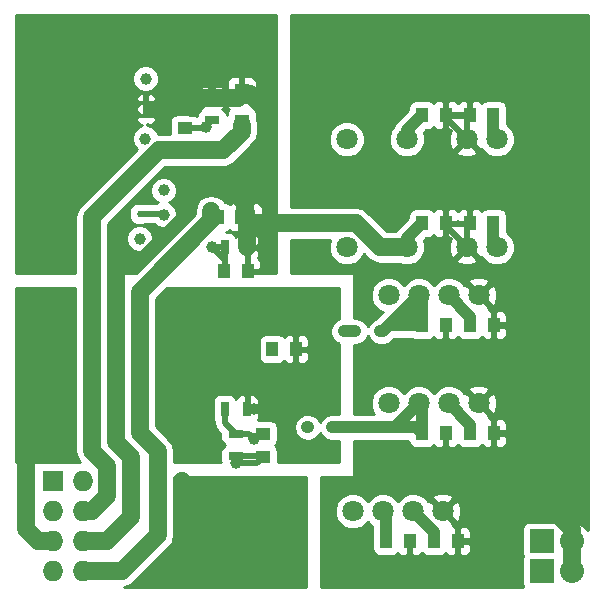
<source format=gbl>
G04 #@! TF.FileFunction,Copper,L2,Bot,Signal*
%FSLAX46Y46*%
G04 Gerber Fmt 4.6, Leading zero omitted, Abs format (unit mm)*
G04 Created by KiCad (PCBNEW 4.0.1-3.201512221402+6198~38~ubuntu14.04.1-stable) date Wed 03 Feb 2016 12:10:06 GMT*
%MOMM*%
G01*
G04 APERTURE LIST*
%ADD10C,0.100000*%
%ADD11R,1.000000X1.250000*%
%ADD12R,1.800000X1.230000*%
%ADD13R,1.230000X1.800000*%
%ADD14C,1.800000*%
%ADD15R,0.700000X1.300000*%
%ADD16R,1.300000X0.700000*%
%ADD17R,2.032000X2.032000*%
%ADD18O,2.032000X2.032000*%
%ADD19R,1.727200X1.727200*%
%ADD20O,1.727200X1.727200*%
%ADD21R,0.590000X0.450000*%
%ADD22R,1.250000X1.000000*%
%ADD23R,0.450000X0.590000*%
%ADD24C,1.500000*%
%ADD25C,1.000000*%
%ADD26C,0.508000*%
%ADD27C,1.500000*%
%ADD28C,1.016000*%
%ADD29C,0.254000*%
G04 APERTURE END LIST*
D10*
D11*
X132096000Y-145288000D03*
X134096000Y-145288000D03*
X135144000Y-127000000D03*
X137144000Y-127000000D03*
X135144000Y-136144000D03*
X137144000Y-136144000D03*
X135144000Y-118364000D03*
X137144000Y-118364000D03*
X135144000Y-109220000D03*
X137144000Y-109220000D03*
D12*
X120182000Y-117856000D03*
X117562000Y-117856000D03*
D13*
X119888000Y-110022000D03*
X119888000Y-107402000D03*
D14*
X131826000Y-142748000D03*
X129286000Y-142748000D03*
X134366000Y-142748000D03*
X136906000Y-142748000D03*
X134874000Y-124460000D03*
X132334000Y-124460000D03*
X137414000Y-124460000D03*
X139954000Y-124460000D03*
X134874000Y-133604000D03*
X132334000Y-133604000D03*
X137414000Y-133604000D03*
X139954000Y-133604000D03*
X141478000Y-120396000D03*
X138938000Y-120396000D03*
X133858000Y-120396000D03*
X128778000Y-120396000D03*
X141478000Y-111252000D03*
X138938000Y-111252000D03*
X133858000Y-111252000D03*
X128778000Y-111252000D03*
D15*
X118430000Y-120396000D03*
X120330000Y-120396000D03*
D16*
X117348000Y-107762000D03*
X117348000Y-109662000D03*
D15*
X120330000Y-134112000D03*
X118430000Y-134112000D03*
D16*
X119380000Y-136210000D03*
X119380000Y-138110000D03*
D17*
X145288000Y-147828000D03*
D18*
X147828000Y-147828000D03*
D19*
X103886000Y-140208000D03*
D20*
X106426000Y-140208000D03*
X103886000Y-142748000D03*
X106426000Y-142748000D03*
X103886000Y-145288000D03*
X106426000Y-145288000D03*
X103886000Y-147828000D03*
X106426000Y-147828000D03*
D17*
X145288000Y-145288000D03*
D18*
X147828000Y-145288000D03*
D21*
X125437000Y-135636000D03*
X127547000Y-135636000D03*
X129501000Y-127508000D03*
X131611000Y-127508000D03*
D11*
X136160000Y-145288000D03*
X138160000Y-145288000D03*
X139224000Y-127000000D03*
X141224000Y-127000000D03*
X139224000Y-136144000D03*
X141224000Y-136144000D03*
X141192000Y-118364000D03*
X139192000Y-118364000D03*
X141192000Y-109220000D03*
X139192000Y-109220000D03*
X122460000Y-129032000D03*
X124460000Y-129032000D03*
D22*
X121666000Y-136176000D03*
X121666000Y-138176000D03*
D11*
X118396000Y-122428000D03*
X120396000Y-122428000D03*
D22*
X115062000Y-110268000D03*
X115062000Y-112268000D03*
D23*
X113284000Y-115531000D03*
X113284000Y-117641000D03*
X111760000Y-106133000D03*
X111760000Y-108243000D03*
X111252000Y-117563000D03*
X111252000Y-119673000D03*
X111760000Y-109142000D03*
X111760000Y-111252000D03*
D24*
X144272000Y-107696000D03*
X144272000Y-116840000D03*
X144272000Y-128016000D03*
X144272000Y-137160000D03*
X116332000Y-147320000D03*
X114808000Y-140208000D03*
D25*
X128524000Y-127508000D03*
X113284000Y-115570000D03*
X119380000Y-138684000D03*
X122460000Y-129032000D03*
X111252000Y-119673000D03*
X117348000Y-120396000D03*
X111712504Y-111204504D03*
X116840000Y-110236000D03*
X124460000Y-129032000D03*
D24*
X105156000Y-133604000D03*
D25*
X120904000Y-134112000D03*
X125476000Y-135636000D03*
X111760000Y-106133000D03*
X112268000Y-108712000D03*
D24*
X115697000Y-108585000D03*
X118298000Y-112202000D03*
D25*
X113284000Y-117641000D03*
X117282000Y-117324002D03*
X120904000Y-136652000D03*
D26*
X139446000Y-107696000D02*
X139192000Y-107950000D01*
X139192000Y-107950000D02*
X139192000Y-109220000D01*
X144272000Y-107696000D02*
X139446000Y-107696000D01*
X139192000Y-109220000D02*
X137144000Y-109220000D01*
X137144000Y-109220000D02*
X137144000Y-109458000D01*
X137144000Y-109458000D02*
X138938000Y-111252000D01*
X138938000Y-111252000D02*
X138938000Y-109474000D01*
X138938000Y-109474000D02*
X139192000Y-109220000D01*
X139446000Y-116840000D02*
X139192000Y-117094000D01*
X139192000Y-117094000D02*
X139192000Y-118364000D01*
X144272000Y-116840000D02*
X139446000Y-116840000D01*
X137144000Y-118364000D02*
X137144000Y-118602000D01*
X137144000Y-118602000D02*
X138938000Y-120396000D01*
X138938000Y-120396000D02*
X138938000Y-118618000D01*
X138938000Y-118618000D02*
X139192000Y-118364000D01*
X138160000Y-145288000D02*
X141732000Y-145288000D01*
X141732000Y-145288000D02*
X144272000Y-142748000D01*
X138160000Y-145288000D02*
X138160000Y-144002000D01*
X138160000Y-144002000D02*
X136906000Y-142748000D01*
X137922000Y-146812000D02*
X138160000Y-146574000D01*
X138160000Y-146574000D02*
X138160000Y-145288000D01*
X134487000Y-146812000D02*
X137922000Y-146812000D01*
X134096000Y-145288000D02*
X134096000Y-146421000D01*
X134096000Y-146421000D02*
X134487000Y-146812000D01*
X141224000Y-136144000D02*
X143256000Y-136144000D01*
X143256000Y-136144000D02*
X144272000Y-137160000D01*
X139954000Y-133604000D02*
X141224000Y-134874000D01*
X141224000Y-134874000D02*
X141224000Y-136144000D01*
X140970000Y-137668000D02*
X141224000Y-137414000D01*
X141224000Y-137414000D02*
X141224000Y-136144000D01*
X137535000Y-137668000D02*
X140970000Y-137668000D01*
X137144000Y-136144000D02*
X137144000Y-137277000D01*
X137144000Y-137277000D02*
X137535000Y-137668000D01*
X139954000Y-124460000D02*
X141224000Y-125730000D01*
X141224000Y-125730000D02*
X141224000Y-127000000D01*
X141224000Y-127000000D02*
X143256000Y-127000000D01*
X143256000Y-127000000D02*
X144272000Y-128016000D01*
X140970000Y-128524000D02*
X141224000Y-128270000D01*
X141224000Y-128270000D02*
X141224000Y-127000000D01*
X137535000Y-128524000D02*
X140970000Y-128524000D01*
X137144000Y-127000000D02*
X137144000Y-128133000D01*
X137144000Y-128133000D02*
X137535000Y-128524000D01*
D27*
X144272000Y-107696000D02*
X144272000Y-116840000D01*
X144272000Y-116840000D02*
X144272000Y-128016000D01*
X144272000Y-137160000D02*
X144272000Y-142748000D01*
X146304000Y-142748000D02*
X144272000Y-142748000D01*
X147828000Y-144272000D02*
X146304000Y-142748000D01*
X147828000Y-145288000D02*
X147828000Y-144272000D01*
X147828000Y-147828000D02*
X147828000Y-145288000D01*
D26*
X138938000Y-120142000D02*
X138938000Y-120396000D01*
D28*
X137144000Y-118364000D02*
X137160000Y-118364000D01*
D27*
X144272000Y-137160000D02*
X144272000Y-128016000D01*
X116332000Y-141732000D02*
X116332000Y-147320000D01*
X114808000Y-140208000D02*
X116332000Y-141732000D01*
D28*
X132096000Y-143018000D02*
X131826000Y-142748000D01*
X132096000Y-145288000D02*
X132096000Y-143018000D01*
X128524000Y-127508000D02*
X129501000Y-127508000D01*
D26*
X119380000Y-138110000D02*
X121600000Y-138110000D01*
X121600000Y-138110000D02*
X121666000Y-138176000D01*
X119380000Y-138684000D02*
X121158000Y-138684000D01*
X121158000Y-138684000D02*
X121666000Y-138176000D01*
D28*
X135144000Y-133874000D02*
X134874000Y-133604000D01*
X135144000Y-136144000D02*
X135144000Y-133874000D01*
X132842000Y-135636000D02*
X134874000Y-133604000D01*
X134636000Y-135636000D02*
X132842000Y-135636000D01*
X135144000Y-136144000D02*
X134636000Y-135636000D01*
D26*
X119380000Y-138110000D02*
X119380000Y-138684000D01*
D28*
X127547000Y-135636000D02*
X132842000Y-135636000D01*
X134366000Y-142748000D02*
X136160000Y-144542000D01*
X136160000Y-144542000D02*
X136160000Y-145288000D01*
X137414000Y-124460000D02*
X139224000Y-126270000D01*
X139224000Y-126270000D02*
X139224000Y-127000000D01*
X137414000Y-133604000D02*
X139224000Y-135414000D01*
X139224000Y-135414000D02*
X139224000Y-136144000D01*
X141192000Y-118364000D02*
X141192000Y-120110000D01*
X141192000Y-120110000D02*
X141478000Y-120396000D01*
X141192000Y-109220000D02*
X141192000Y-110966000D01*
X141192000Y-110966000D02*
X141478000Y-111252000D01*
D26*
X118430000Y-120396000D02*
X118430000Y-121666000D01*
X118430000Y-121666000D02*
X118430000Y-122394000D01*
X117348000Y-120396000D02*
X118430000Y-121478000D01*
X118430000Y-121478000D02*
X118430000Y-121666000D01*
X118430000Y-122394000D02*
X118396000Y-122428000D01*
X117348000Y-120396000D02*
X118430000Y-120396000D01*
X115062000Y-110268000D02*
X116808000Y-110268000D01*
X116808000Y-110268000D02*
X116840000Y-110236000D01*
X116840000Y-110170000D02*
X116840000Y-110236000D01*
X117348000Y-109662000D02*
X116840000Y-110170000D01*
D28*
X131826000Y-127508000D02*
X132334000Y-127000000D01*
X131611000Y-127508000D02*
X131826000Y-127508000D01*
X133350000Y-127000000D02*
X132334000Y-127000000D01*
X134112000Y-126238000D02*
X133350000Y-127000000D01*
X134112000Y-126238000D02*
X134382000Y-126238000D01*
X134874000Y-125476000D02*
X134112000Y-126238000D01*
D27*
X102616000Y-145288000D02*
X103886000Y-145288000D01*
X101600000Y-144272000D02*
X102616000Y-145288000D01*
X101600000Y-137160000D02*
X101600000Y-144272000D01*
X105156000Y-133604000D02*
X101600000Y-137160000D01*
D28*
X135144000Y-125476000D02*
X135144000Y-124730000D01*
X135144000Y-127000000D02*
X135144000Y-125476000D01*
X135144000Y-124730000D02*
X134874000Y-124460000D01*
X132334000Y-127000000D02*
X134874000Y-124460000D01*
X135144000Y-127000000D02*
X133350000Y-127000000D01*
X135144000Y-125476000D02*
X134874000Y-125476000D01*
X134382000Y-126238000D02*
X135144000Y-127000000D01*
D26*
X120330000Y-134112000D02*
X120904000Y-134112000D01*
D28*
X125476000Y-135636000D02*
X125437000Y-135636000D01*
D26*
X120396000Y-122428000D02*
X120396000Y-120462000D01*
X120396000Y-120462000D02*
X120330000Y-120396000D01*
X111760000Y-109142000D02*
X111838000Y-109142000D01*
X111838000Y-109142000D02*
X112268000Y-108712000D01*
X111760000Y-108243000D02*
X111799000Y-108243000D01*
X111799000Y-108243000D02*
X112268000Y-108712000D01*
D27*
X109220000Y-136906000D02*
X109220000Y-122936000D01*
X109220000Y-122936000D02*
X109220000Y-121412000D01*
D26*
X116840000Y-115570000D02*
X109474000Y-122936000D01*
X109474000Y-122936000D02*
X109220000Y-122936000D01*
X119126000Y-115570000D02*
X116840000Y-115570000D01*
D27*
X117348000Y-107762000D02*
X119528000Y-107762000D01*
X115697000Y-108585000D02*
X116520000Y-107762000D01*
X116520000Y-107762000D02*
X117348000Y-107762000D01*
X119888000Y-107402000D02*
X120610000Y-107402000D01*
X120610000Y-107402000D02*
X121920000Y-108712000D01*
X121920000Y-108712000D02*
X121920000Y-114808000D01*
X121920000Y-114808000D02*
X121412000Y-115316000D01*
X121412000Y-115316000D02*
X120396000Y-116332000D01*
X120396000Y-116332000D02*
X120142000Y-116586000D01*
X120142000Y-116586000D02*
X120182000Y-116626000D01*
X119528000Y-107762000D02*
X119888000Y-107402000D01*
X106426000Y-145288000D02*
X108458000Y-145288000D01*
X108458000Y-145288000D02*
X110490000Y-143256000D01*
X110490000Y-143256000D02*
X110490000Y-138176000D01*
X110490000Y-138176000D02*
X109220000Y-136906000D01*
X119126000Y-115570000D02*
X120182000Y-116626000D01*
X120182000Y-116626000D02*
X120182000Y-117856000D01*
X119528000Y-107762000D02*
X119888000Y-107402000D01*
X120330000Y-118004000D02*
X120330000Y-120396000D01*
X120182000Y-117856000D02*
X120330000Y-118004000D01*
X120690000Y-118364000D02*
X120182000Y-117856000D01*
X131572000Y-120396000D02*
X129540000Y-118364000D01*
X129540000Y-118364000D02*
X120690000Y-118364000D01*
X133858000Y-120396000D02*
X131572000Y-120396000D01*
D28*
X133858000Y-119650000D02*
X135144000Y-118364000D01*
X133858000Y-120396000D02*
X133858000Y-119650000D01*
D27*
X118298000Y-112202000D02*
X112842000Y-112202000D01*
X108458000Y-141478000D02*
X107188000Y-142748000D01*
X112842000Y-112202000D02*
X107188000Y-117856000D01*
X107188000Y-117856000D02*
X107188000Y-137668000D01*
X107188000Y-137668000D02*
X108458000Y-138938000D01*
X108458000Y-138938000D02*
X108458000Y-141478000D01*
X107188000Y-142748000D02*
X106426000Y-142748000D01*
X118298000Y-112202000D02*
X119888000Y-110612000D01*
X119888000Y-110612000D02*
X119888000Y-110022000D01*
D28*
X133858000Y-110506000D02*
X135144000Y-109220000D01*
X133858000Y-111252000D02*
X133858000Y-110506000D01*
D26*
X111252000Y-117563000D02*
X113206000Y-117563000D01*
X113206000Y-117563000D02*
X113284000Y-117641000D01*
D27*
X112776000Y-144780000D02*
X112776000Y-137668000D01*
X106426000Y-147828000D02*
X109728000Y-147828000D01*
X109728000Y-147828000D02*
X112776000Y-144780000D01*
X111252000Y-124166000D02*
X117562000Y-117856000D01*
X111252000Y-136144000D02*
X111252000Y-124166000D01*
X112776000Y-137668000D02*
X111252000Y-136144000D01*
X117282000Y-117576000D02*
X117562000Y-117856000D01*
X117282000Y-117324002D02*
X117282000Y-117576000D01*
D26*
X121666000Y-136176000D02*
X121380000Y-136176000D01*
X121380000Y-136176000D02*
X120904000Y-136652000D01*
X119380000Y-136210000D02*
X120462000Y-136210000D01*
X120462000Y-136210000D02*
X120904000Y-136652000D01*
X118430000Y-135260000D02*
X119380000Y-136210000D01*
X118430000Y-134112000D02*
X118430000Y-135260000D01*
D29*
G36*
X149175000Y-144340991D02*
X149165188Y-144319621D01*
X148692818Y-143881615D01*
X148210944Y-143682025D01*
X147955000Y-143801164D01*
X147955000Y-145161000D01*
X147975000Y-145161000D01*
X147975000Y-145415000D01*
X147955000Y-145415000D01*
X147955000Y-147701000D01*
X147975000Y-147701000D01*
X147975000Y-147955000D01*
X147955000Y-147955000D01*
X147955000Y-147975000D01*
X147701000Y-147975000D01*
X147701000Y-147955000D01*
X147681000Y-147955000D01*
X147681000Y-147701000D01*
X147701000Y-147701000D01*
X147701000Y-145415000D01*
X147681000Y-145415000D01*
X147681000Y-145161000D01*
X147701000Y-145161000D01*
X147701000Y-143801164D01*
X147445056Y-143682025D01*
X146963182Y-143881615D01*
X146865602Y-143972097D01*
X146768090Y-143820559D01*
X146555890Y-143675569D01*
X146304000Y-143624560D01*
X144272000Y-143624560D01*
X144036683Y-143668838D01*
X143820559Y-143807910D01*
X143675569Y-144020110D01*
X143624560Y-144272000D01*
X143624560Y-146304000D01*
X143668838Y-146539317D01*
X143678993Y-146555099D01*
X143675569Y-146560110D01*
X143624560Y-146812000D01*
X143624560Y-148844000D01*
X143668838Y-149079317D01*
X143730408Y-149175000D01*
X126619000Y-149175000D01*
X126619000Y-143051991D01*
X127750735Y-143051991D01*
X127983932Y-143616371D01*
X128415357Y-144048551D01*
X128979330Y-144282733D01*
X129589991Y-144283265D01*
X130154371Y-144050068D01*
X130556323Y-143648818D01*
X130953000Y-144046190D01*
X130953000Y-144641075D01*
X130948560Y-144663000D01*
X130948560Y-145913000D01*
X130992838Y-146148317D01*
X131131910Y-146364441D01*
X131344110Y-146509431D01*
X131596000Y-146560440D01*
X132596000Y-146560440D01*
X132831317Y-146516162D01*
X133047441Y-146377090D01*
X133093969Y-146308994D01*
X133236302Y-146451327D01*
X133469691Y-146548000D01*
X133810250Y-146548000D01*
X133969000Y-146389250D01*
X133969000Y-145415000D01*
X133949000Y-145415000D01*
X133949000Y-145161000D01*
X133969000Y-145161000D01*
X133969000Y-145141000D01*
X134223000Y-145141000D01*
X134223000Y-145161000D01*
X134243000Y-145161000D01*
X134243000Y-145415000D01*
X134223000Y-145415000D01*
X134223000Y-146389250D01*
X134381750Y-146548000D01*
X134722309Y-146548000D01*
X134955698Y-146451327D01*
X135134327Y-146272699D01*
X135135325Y-146270289D01*
X135195910Y-146364441D01*
X135408110Y-146509431D01*
X135660000Y-146560440D01*
X136660000Y-146560440D01*
X136895317Y-146516162D01*
X137111441Y-146377090D01*
X137157969Y-146308994D01*
X137300302Y-146451327D01*
X137533691Y-146548000D01*
X137874250Y-146548000D01*
X138033000Y-146389250D01*
X138033000Y-145415000D01*
X138287000Y-145415000D01*
X138287000Y-146389250D01*
X138445750Y-146548000D01*
X138786309Y-146548000D01*
X139019698Y-146451327D01*
X139198327Y-146272699D01*
X139295000Y-146039310D01*
X139295000Y-145573750D01*
X139136250Y-145415000D01*
X138287000Y-145415000D01*
X138033000Y-145415000D01*
X138013000Y-145415000D01*
X138013000Y-145161000D01*
X138033000Y-145161000D01*
X138033000Y-144186750D01*
X138287000Y-144186750D01*
X138287000Y-145161000D01*
X139136250Y-145161000D01*
X139295000Y-145002250D01*
X139295000Y-144536690D01*
X139198327Y-144303301D01*
X139019698Y-144124673D01*
X138786309Y-144028000D01*
X138445750Y-144028000D01*
X138287000Y-144186750D01*
X138033000Y-144186750D01*
X137874250Y-144028000D01*
X137739230Y-144028000D01*
X137806554Y-143828159D01*
X136906000Y-142927605D01*
X136891858Y-142941748D01*
X136712253Y-142762143D01*
X136726395Y-142748000D01*
X137085605Y-142748000D01*
X137986159Y-143648554D01*
X138242643Y-143562148D01*
X138452458Y-142988664D01*
X138426839Y-142378540D01*
X138242643Y-141933852D01*
X137986159Y-141847446D01*
X137085605Y-142748000D01*
X136726395Y-142748000D01*
X135825841Y-141847446D01*
X135675673Y-141898035D01*
X135668068Y-141879629D01*
X135456650Y-141667841D01*
X136005446Y-141667841D01*
X136906000Y-142568395D01*
X137806554Y-141667841D01*
X137720148Y-141411357D01*
X137146664Y-141201542D01*
X136536540Y-141227161D01*
X136091852Y-141411357D01*
X136005446Y-141667841D01*
X135456650Y-141667841D01*
X135236643Y-141447449D01*
X134672670Y-141213267D01*
X134062009Y-141212735D01*
X133497629Y-141445932D01*
X133095677Y-141847182D01*
X132696643Y-141447449D01*
X132132670Y-141213267D01*
X131522009Y-141212735D01*
X130957629Y-141445932D01*
X130555677Y-141847182D01*
X130156643Y-141447449D01*
X129592670Y-141213267D01*
X128982009Y-141212735D01*
X128417629Y-141445932D01*
X127985449Y-141877357D01*
X127751267Y-142441330D01*
X127750735Y-143051991D01*
X126619000Y-143051991D01*
X126619000Y-139827000D01*
X129286000Y-139827000D01*
X129335410Y-139816994D01*
X129377035Y-139788553D01*
X129404315Y-139746159D01*
X129413000Y-139700000D01*
X129413000Y-136779000D01*
X133998442Y-136779000D01*
X134040838Y-137004317D01*
X134179910Y-137220441D01*
X134392110Y-137365431D01*
X134644000Y-137416440D01*
X135644000Y-137416440D01*
X135879317Y-137372162D01*
X136095441Y-137233090D01*
X136141969Y-137164994D01*
X136284302Y-137307327D01*
X136517691Y-137404000D01*
X136858250Y-137404000D01*
X137017000Y-137245250D01*
X137017000Y-136271000D01*
X136997000Y-136271000D01*
X136997000Y-136017000D01*
X137017000Y-136017000D01*
X137017000Y-135997000D01*
X137271000Y-135997000D01*
X137271000Y-136017000D01*
X137291000Y-136017000D01*
X137291000Y-136271000D01*
X137271000Y-136271000D01*
X137271000Y-137245250D01*
X137429750Y-137404000D01*
X137770309Y-137404000D01*
X138003698Y-137307327D01*
X138182327Y-137128699D01*
X138189591Y-137111162D01*
X138259910Y-137220441D01*
X138472110Y-137365431D01*
X138724000Y-137416440D01*
X139724000Y-137416440D01*
X139959317Y-137372162D01*
X140175441Y-137233090D01*
X140221969Y-137164994D01*
X140364302Y-137307327D01*
X140597691Y-137404000D01*
X140938250Y-137404000D01*
X141097000Y-137245250D01*
X141097000Y-136271000D01*
X141351000Y-136271000D01*
X141351000Y-137245250D01*
X141509750Y-137404000D01*
X141850309Y-137404000D01*
X142083698Y-137307327D01*
X142262327Y-137128699D01*
X142359000Y-136895310D01*
X142359000Y-136429750D01*
X142200250Y-136271000D01*
X141351000Y-136271000D01*
X141097000Y-136271000D01*
X141077000Y-136271000D01*
X141077000Y-136017000D01*
X141097000Y-136017000D01*
X141097000Y-135042750D01*
X141351000Y-135042750D01*
X141351000Y-136017000D01*
X142200250Y-136017000D01*
X142359000Y-135858250D01*
X142359000Y-135392690D01*
X142262327Y-135159301D01*
X142083698Y-134980673D01*
X141850309Y-134884000D01*
X141509750Y-134884000D01*
X141351000Y-135042750D01*
X141097000Y-135042750D01*
X140938250Y-134884000D01*
X140787230Y-134884000D01*
X140854554Y-134684159D01*
X139954000Y-133783605D01*
X139939858Y-133797748D01*
X139760253Y-133618143D01*
X139774395Y-133604000D01*
X140133605Y-133604000D01*
X141034159Y-134504554D01*
X141290643Y-134418148D01*
X141500458Y-133844664D01*
X141474839Y-133234540D01*
X141290643Y-132789852D01*
X141034159Y-132703446D01*
X140133605Y-133604000D01*
X139774395Y-133604000D01*
X138873841Y-132703446D01*
X138723673Y-132754035D01*
X138716068Y-132735629D01*
X138504650Y-132523841D01*
X139053446Y-132523841D01*
X139954000Y-133424395D01*
X140854554Y-132523841D01*
X140768148Y-132267357D01*
X140194664Y-132057542D01*
X139584540Y-132083161D01*
X139139852Y-132267357D01*
X139053446Y-132523841D01*
X138504650Y-132523841D01*
X138284643Y-132303449D01*
X137720670Y-132069267D01*
X137110009Y-132068735D01*
X136545629Y-132301932D01*
X136143677Y-132703182D01*
X135744643Y-132303449D01*
X135180670Y-132069267D01*
X134570009Y-132068735D01*
X134005629Y-132301932D01*
X133603677Y-132703182D01*
X133204643Y-132303449D01*
X132640670Y-132069267D01*
X132030009Y-132068735D01*
X131465629Y-132301932D01*
X131033449Y-132733357D01*
X130799267Y-133297330D01*
X130798735Y-133907991D01*
X131031932Y-134472371D01*
X131052525Y-134493000D01*
X129413000Y-134493000D01*
X129413000Y-128651000D01*
X129501000Y-128651000D01*
X129938407Y-128563994D01*
X130309223Y-128316223D01*
X130556000Y-127946895D01*
X130802777Y-128316223D01*
X131173593Y-128563994D01*
X131611000Y-128651000D01*
X131826000Y-128651000D01*
X132263407Y-128563994D01*
X132634223Y-128316223D01*
X132807446Y-128143000D01*
X134277322Y-128143000D01*
X134392110Y-128221431D01*
X134644000Y-128272440D01*
X135644000Y-128272440D01*
X135879317Y-128228162D01*
X136095441Y-128089090D01*
X136141969Y-128020994D01*
X136284302Y-128163327D01*
X136517691Y-128260000D01*
X136858250Y-128260000D01*
X137017000Y-128101250D01*
X137017000Y-127127000D01*
X136997000Y-127127000D01*
X136997000Y-126873000D01*
X137017000Y-126873000D01*
X137017000Y-126853000D01*
X137271000Y-126853000D01*
X137271000Y-126873000D01*
X137291000Y-126873000D01*
X137291000Y-127127000D01*
X137271000Y-127127000D01*
X137271000Y-128101250D01*
X137429750Y-128260000D01*
X137770309Y-128260000D01*
X138003698Y-128163327D01*
X138182327Y-127984699D01*
X138189591Y-127967162D01*
X138259910Y-128076441D01*
X138472110Y-128221431D01*
X138724000Y-128272440D01*
X139724000Y-128272440D01*
X139959317Y-128228162D01*
X140175441Y-128089090D01*
X140221969Y-128020994D01*
X140364302Y-128163327D01*
X140597691Y-128260000D01*
X140938250Y-128260000D01*
X141097000Y-128101250D01*
X141097000Y-127127000D01*
X141351000Y-127127000D01*
X141351000Y-128101250D01*
X141509750Y-128260000D01*
X141850309Y-128260000D01*
X142083698Y-128163327D01*
X142262327Y-127984699D01*
X142359000Y-127751310D01*
X142359000Y-127285750D01*
X142200250Y-127127000D01*
X141351000Y-127127000D01*
X141097000Y-127127000D01*
X141077000Y-127127000D01*
X141077000Y-126873000D01*
X141097000Y-126873000D01*
X141097000Y-125898750D01*
X141351000Y-125898750D01*
X141351000Y-126873000D01*
X142200250Y-126873000D01*
X142359000Y-126714250D01*
X142359000Y-126248690D01*
X142262327Y-126015301D01*
X142083698Y-125836673D01*
X141850309Y-125740000D01*
X141509750Y-125740000D01*
X141351000Y-125898750D01*
X141097000Y-125898750D01*
X140938250Y-125740000D01*
X140787230Y-125740000D01*
X140854554Y-125540159D01*
X139954000Y-124639605D01*
X139939858Y-124653748D01*
X139760253Y-124474143D01*
X139774395Y-124460000D01*
X140133605Y-124460000D01*
X141034159Y-125360554D01*
X141290643Y-125274148D01*
X141500458Y-124700664D01*
X141474839Y-124090540D01*
X141290643Y-123645852D01*
X141034159Y-123559446D01*
X140133605Y-124460000D01*
X139774395Y-124460000D01*
X138873841Y-123559446D01*
X138723673Y-123610035D01*
X138716068Y-123591629D01*
X138504650Y-123379841D01*
X139053446Y-123379841D01*
X139954000Y-124280395D01*
X140854554Y-123379841D01*
X140768148Y-123123357D01*
X140194664Y-122913542D01*
X139584540Y-122939161D01*
X139139852Y-123123357D01*
X139053446Y-123379841D01*
X138504650Y-123379841D01*
X138284643Y-123159449D01*
X137720670Y-122925267D01*
X137110009Y-122924735D01*
X136545629Y-123157932D01*
X136143677Y-123559182D01*
X135744643Y-123159449D01*
X135180670Y-122925267D01*
X134570009Y-122924735D01*
X134005629Y-123157932D01*
X133603677Y-123559182D01*
X133204643Y-123159449D01*
X132640670Y-122925267D01*
X132030009Y-122924735D01*
X131465629Y-123157932D01*
X131033449Y-123589357D01*
X130799267Y-124153330D01*
X130798735Y-124763991D01*
X131031932Y-125328371D01*
X131463357Y-125760551D01*
X131812165Y-125905389D01*
X131288381Y-126429173D01*
X131173593Y-126452006D01*
X130802777Y-126699777D01*
X130556000Y-127069105D01*
X130309223Y-126699777D01*
X129938407Y-126452006D01*
X129501000Y-126365000D01*
X129413000Y-126365000D01*
X129413000Y-122682000D01*
X129402994Y-122632590D01*
X129374553Y-122590965D01*
X129332159Y-122563685D01*
X129286000Y-122555000D01*
X124079000Y-122555000D01*
X124079000Y-119749000D01*
X127384584Y-119749000D01*
X127243267Y-120089330D01*
X127242735Y-120699991D01*
X127475932Y-121264371D01*
X127907357Y-121696551D01*
X128471330Y-121930733D01*
X129081991Y-121931265D01*
X129646371Y-121698068D01*
X130078551Y-121266643D01*
X130197499Y-120980185D01*
X130592657Y-121375343D01*
X131041983Y-121675573D01*
X131572000Y-121781000D01*
X133190733Y-121781000D01*
X133551330Y-121930733D01*
X134161991Y-121931265D01*
X134726371Y-121698068D01*
X134948668Y-121476159D01*
X138037446Y-121476159D01*
X138123852Y-121732643D01*
X138697336Y-121942458D01*
X139307460Y-121916839D01*
X139752148Y-121732643D01*
X139838554Y-121476159D01*
X138938000Y-120575605D01*
X138037446Y-121476159D01*
X134948668Y-121476159D01*
X135158551Y-121266643D01*
X135392733Y-120702670D01*
X135393265Y-120092009D01*
X135287765Y-119836681D01*
X135488006Y-119636440D01*
X135644000Y-119636440D01*
X135879317Y-119592162D01*
X136095441Y-119453090D01*
X136141969Y-119384994D01*
X136284302Y-119527327D01*
X136517691Y-119624000D01*
X136858250Y-119624000D01*
X137017000Y-119465250D01*
X137017000Y-118491000D01*
X137271000Y-118491000D01*
X137271000Y-119465250D01*
X137429750Y-119624000D01*
X137585937Y-119624000D01*
X137391542Y-120155336D01*
X137417161Y-120765460D01*
X137601357Y-121210148D01*
X137857841Y-121296554D01*
X138758395Y-120396000D01*
X138744253Y-120381858D01*
X138923858Y-120202253D01*
X138938000Y-120216395D01*
X138952143Y-120202253D01*
X139131748Y-120381858D01*
X139117605Y-120396000D01*
X140018159Y-121296554D01*
X140168327Y-121245965D01*
X140175932Y-121264371D01*
X140607357Y-121696551D01*
X141171330Y-121930733D01*
X141781991Y-121931265D01*
X142346371Y-121698068D01*
X142778551Y-121266643D01*
X143012733Y-120702670D01*
X143013265Y-120092009D01*
X142780068Y-119527629D01*
X142348643Y-119095449D01*
X142335000Y-119089784D01*
X142335000Y-119010925D01*
X142339440Y-118989000D01*
X142339440Y-117739000D01*
X142295162Y-117503683D01*
X142156090Y-117287559D01*
X141943890Y-117142569D01*
X141692000Y-117091560D01*
X140692000Y-117091560D01*
X140456683Y-117135838D01*
X140240559Y-117274910D01*
X140194031Y-117343006D01*
X140051698Y-117200673D01*
X139818309Y-117104000D01*
X139477750Y-117104000D01*
X139319000Y-117262750D01*
X139319000Y-118237000D01*
X139339000Y-118237000D01*
X139339000Y-118491000D01*
X139319000Y-118491000D01*
X139319000Y-118511000D01*
X139065000Y-118511000D01*
X139065000Y-118491000D01*
X138215750Y-118491000D01*
X138168000Y-118538750D01*
X138120250Y-118491000D01*
X137271000Y-118491000D01*
X137017000Y-118491000D01*
X136997000Y-118491000D01*
X136997000Y-118237000D01*
X137017000Y-118237000D01*
X137017000Y-117262750D01*
X137271000Y-117262750D01*
X137271000Y-118237000D01*
X138120250Y-118237000D01*
X138168000Y-118189250D01*
X138215750Y-118237000D01*
X139065000Y-118237000D01*
X139065000Y-117262750D01*
X138906250Y-117104000D01*
X138565691Y-117104000D01*
X138332302Y-117200673D01*
X138168000Y-117364974D01*
X138003698Y-117200673D01*
X137770309Y-117104000D01*
X137429750Y-117104000D01*
X137271000Y-117262750D01*
X137017000Y-117262750D01*
X136858250Y-117104000D01*
X136517691Y-117104000D01*
X136284302Y-117200673D01*
X136143064Y-117341910D01*
X136108090Y-117287559D01*
X135895890Y-117142569D01*
X135644000Y-117091560D01*
X134644000Y-117091560D01*
X134408683Y-117135838D01*
X134192559Y-117274910D01*
X134047569Y-117487110D01*
X133996560Y-117739000D01*
X133996560Y-117894994D01*
X133049777Y-118841777D01*
X132936706Y-119011000D01*
X132145686Y-119011000D01*
X130519343Y-117384657D01*
X130511327Y-117379301D01*
X130070017Y-117084427D01*
X129540000Y-116979000D01*
X124079000Y-116979000D01*
X124079000Y-111555991D01*
X127242735Y-111555991D01*
X127475932Y-112120371D01*
X127907357Y-112552551D01*
X128471330Y-112786733D01*
X129081991Y-112787265D01*
X129646371Y-112554068D01*
X130078551Y-112122643D01*
X130312733Y-111558670D01*
X130312735Y-111555991D01*
X132322735Y-111555991D01*
X132555932Y-112120371D01*
X132987357Y-112552551D01*
X133551330Y-112786733D01*
X134161991Y-112787265D01*
X134726371Y-112554068D01*
X134948668Y-112332159D01*
X138037446Y-112332159D01*
X138123852Y-112588643D01*
X138697336Y-112798458D01*
X139307460Y-112772839D01*
X139752148Y-112588643D01*
X139838554Y-112332159D01*
X138938000Y-111431605D01*
X138037446Y-112332159D01*
X134948668Y-112332159D01*
X135158551Y-112122643D01*
X135392733Y-111558670D01*
X135393265Y-110948009D01*
X135287765Y-110692681D01*
X135488006Y-110492440D01*
X135644000Y-110492440D01*
X135879317Y-110448162D01*
X136095441Y-110309090D01*
X136141969Y-110240994D01*
X136284302Y-110383327D01*
X136517691Y-110480000D01*
X136858250Y-110480000D01*
X137017000Y-110321250D01*
X137017000Y-109347000D01*
X137271000Y-109347000D01*
X137271000Y-110321250D01*
X137429750Y-110480000D01*
X137585937Y-110480000D01*
X137391542Y-111011336D01*
X137417161Y-111621460D01*
X137601357Y-112066148D01*
X137857841Y-112152554D01*
X138758395Y-111252000D01*
X138744253Y-111237858D01*
X138923858Y-111058253D01*
X138938000Y-111072395D01*
X138952143Y-111058253D01*
X139131748Y-111237858D01*
X139117605Y-111252000D01*
X140018159Y-112152554D01*
X140168327Y-112101965D01*
X140175932Y-112120371D01*
X140607357Y-112552551D01*
X141171330Y-112786733D01*
X141781991Y-112787265D01*
X142346371Y-112554068D01*
X142778551Y-112122643D01*
X143012733Y-111558670D01*
X143013265Y-110948009D01*
X142780068Y-110383629D01*
X142348643Y-109951449D01*
X142335000Y-109945784D01*
X142335000Y-109866925D01*
X142339440Y-109845000D01*
X142339440Y-108595000D01*
X142295162Y-108359683D01*
X142156090Y-108143559D01*
X141943890Y-107998569D01*
X141692000Y-107947560D01*
X140692000Y-107947560D01*
X140456683Y-107991838D01*
X140240559Y-108130910D01*
X140194031Y-108199006D01*
X140051698Y-108056673D01*
X139818309Y-107960000D01*
X139477750Y-107960000D01*
X139319000Y-108118750D01*
X139319000Y-109093000D01*
X139339000Y-109093000D01*
X139339000Y-109347000D01*
X139319000Y-109347000D01*
X139319000Y-109367000D01*
X139065000Y-109367000D01*
X139065000Y-109347000D01*
X138215750Y-109347000D01*
X138168000Y-109394750D01*
X138120250Y-109347000D01*
X137271000Y-109347000D01*
X137017000Y-109347000D01*
X136997000Y-109347000D01*
X136997000Y-109093000D01*
X137017000Y-109093000D01*
X137017000Y-108118750D01*
X137271000Y-108118750D01*
X137271000Y-109093000D01*
X138120250Y-109093000D01*
X138168000Y-109045250D01*
X138215750Y-109093000D01*
X139065000Y-109093000D01*
X139065000Y-108118750D01*
X138906250Y-107960000D01*
X138565691Y-107960000D01*
X138332302Y-108056673D01*
X138168000Y-108220974D01*
X138003698Y-108056673D01*
X137770309Y-107960000D01*
X137429750Y-107960000D01*
X137271000Y-108118750D01*
X137017000Y-108118750D01*
X136858250Y-107960000D01*
X136517691Y-107960000D01*
X136284302Y-108056673D01*
X136143064Y-108197910D01*
X136108090Y-108143559D01*
X135895890Y-107998569D01*
X135644000Y-107947560D01*
X134644000Y-107947560D01*
X134408683Y-107991838D01*
X134192559Y-108130910D01*
X134047569Y-108343110D01*
X133996560Y-108595000D01*
X133996560Y-108750994D01*
X133049777Y-109697777D01*
X132802006Y-110068593D01*
X132784971Y-110154232D01*
X132557449Y-110381357D01*
X132323267Y-110945330D01*
X132322735Y-111555991D01*
X130312735Y-111555991D01*
X130313265Y-110948009D01*
X130080068Y-110383629D01*
X129648643Y-109951449D01*
X129084670Y-109717267D01*
X128474009Y-109716735D01*
X127909629Y-109949932D01*
X127477449Y-110381357D01*
X127243267Y-110945330D01*
X127242735Y-111555991D01*
X124079000Y-111555991D01*
X124079000Y-100761000D01*
X149175000Y-100761000D01*
X149175000Y-144340991D01*
X149175000Y-144340991D01*
G37*
X149175000Y-144340991D02*
X149165188Y-144319621D01*
X148692818Y-143881615D01*
X148210944Y-143682025D01*
X147955000Y-143801164D01*
X147955000Y-145161000D01*
X147975000Y-145161000D01*
X147975000Y-145415000D01*
X147955000Y-145415000D01*
X147955000Y-147701000D01*
X147975000Y-147701000D01*
X147975000Y-147955000D01*
X147955000Y-147955000D01*
X147955000Y-147975000D01*
X147701000Y-147975000D01*
X147701000Y-147955000D01*
X147681000Y-147955000D01*
X147681000Y-147701000D01*
X147701000Y-147701000D01*
X147701000Y-145415000D01*
X147681000Y-145415000D01*
X147681000Y-145161000D01*
X147701000Y-145161000D01*
X147701000Y-143801164D01*
X147445056Y-143682025D01*
X146963182Y-143881615D01*
X146865602Y-143972097D01*
X146768090Y-143820559D01*
X146555890Y-143675569D01*
X146304000Y-143624560D01*
X144272000Y-143624560D01*
X144036683Y-143668838D01*
X143820559Y-143807910D01*
X143675569Y-144020110D01*
X143624560Y-144272000D01*
X143624560Y-146304000D01*
X143668838Y-146539317D01*
X143678993Y-146555099D01*
X143675569Y-146560110D01*
X143624560Y-146812000D01*
X143624560Y-148844000D01*
X143668838Y-149079317D01*
X143730408Y-149175000D01*
X126619000Y-149175000D01*
X126619000Y-143051991D01*
X127750735Y-143051991D01*
X127983932Y-143616371D01*
X128415357Y-144048551D01*
X128979330Y-144282733D01*
X129589991Y-144283265D01*
X130154371Y-144050068D01*
X130556323Y-143648818D01*
X130953000Y-144046190D01*
X130953000Y-144641075D01*
X130948560Y-144663000D01*
X130948560Y-145913000D01*
X130992838Y-146148317D01*
X131131910Y-146364441D01*
X131344110Y-146509431D01*
X131596000Y-146560440D01*
X132596000Y-146560440D01*
X132831317Y-146516162D01*
X133047441Y-146377090D01*
X133093969Y-146308994D01*
X133236302Y-146451327D01*
X133469691Y-146548000D01*
X133810250Y-146548000D01*
X133969000Y-146389250D01*
X133969000Y-145415000D01*
X133949000Y-145415000D01*
X133949000Y-145161000D01*
X133969000Y-145161000D01*
X133969000Y-145141000D01*
X134223000Y-145141000D01*
X134223000Y-145161000D01*
X134243000Y-145161000D01*
X134243000Y-145415000D01*
X134223000Y-145415000D01*
X134223000Y-146389250D01*
X134381750Y-146548000D01*
X134722309Y-146548000D01*
X134955698Y-146451327D01*
X135134327Y-146272699D01*
X135135325Y-146270289D01*
X135195910Y-146364441D01*
X135408110Y-146509431D01*
X135660000Y-146560440D01*
X136660000Y-146560440D01*
X136895317Y-146516162D01*
X137111441Y-146377090D01*
X137157969Y-146308994D01*
X137300302Y-146451327D01*
X137533691Y-146548000D01*
X137874250Y-146548000D01*
X138033000Y-146389250D01*
X138033000Y-145415000D01*
X138287000Y-145415000D01*
X138287000Y-146389250D01*
X138445750Y-146548000D01*
X138786309Y-146548000D01*
X139019698Y-146451327D01*
X139198327Y-146272699D01*
X139295000Y-146039310D01*
X139295000Y-145573750D01*
X139136250Y-145415000D01*
X138287000Y-145415000D01*
X138033000Y-145415000D01*
X138013000Y-145415000D01*
X138013000Y-145161000D01*
X138033000Y-145161000D01*
X138033000Y-144186750D01*
X138287000Y-144186750D01*
X138287000Y-145161000D01*
X139136250Y-145161000D01*
X139295000Y-145002250D01*
X139295000Y-144536690D01*
X139198327Y-144303301D01*
X139019698Y-144124673D01*
X138786309Y-144028000D01*
X138445750Y-144028000D01*
X138287000Y-144186750D01*
X138033000Y-144186750D01*
X137874250Y-144028000D01*
X137739230Y-144028000D01*
X137806554Y-143828159D01*
X136906000Y-142927605D01*
X136891858Y-142941748D01*
X136712253Y-142762143D01*
X136726395Y-142748000D01*
X137085605Y-142748000D01*
X137986159Y-143648554D01*
X138242643Y-143562148D01*
X138452458Y-142988664D01*
X138426839Y-142378540D01*
X138242643Y-141933852D01*
X137986159Y-141847446D01*
X137085605Y-142748000D01*
X136726395Y-142748000D01*
X135825841Y-141847446D01*
X135675673Y-141898035D01*
X135668068Y-141879629D01*
X135456650Y-141667841D01*
X136005446Y-141667841D01*
X136906000Y-142568395D01*
X137806554Y-141667841D01*
X137720148Y-141411357D01*
X137146664Y-141201542D01*
X136536540Y-141227161D01*
X136091852Y-141411357D01*
X136005446Y-141667841D01*
X135456650Y-141667841D01*
X135236643Y-141447449D01*
X134672670Y-141213267D01*
X134062009Y-141212735D01*
X133497629Y-141445932D01*
X133095677Y-141847182D01*
X132696643Y-141447449D01*
X132132670Y-141213267D01*
X131522009Y-141212735D01*
X130957629Y-141445932D01*
X130555677Y-141847182D01*
X130156643Y-141447449D01*
X129592670Y-141213267D01*
X128982009Y-141212735D01*
X128417629Y-141445932D01*
X127985449Y-141877357D01*
X127751267Y-142441330D01*
X127750735Y-143051991D01*
X126619000Y-143051991D01*
X126619000Y-139827000D01*
X129286000Y-139827000D01*
X129335410Y-139816994D01*
X129377035Y-139788553D01*
X129404315Y-139746159D01*
X129413000Y-139700000D01*
X129413000Y-136779000D01*
X133998442Y-136779000D01*
X134040838Y-137004317D01*
X134179910Y-137220441D01*
X134392110Y-137365431D01*
X134644000Y-137416440D01*
X135644000Y-137416440D01*
X135879317Y-137372162D01*
X136095441Y-137233090D01*
X136141969Y-137164994D01*
X136284302Y-137307327D01*
X136517691Y-137404000D01*
X136858250Y-137404000D01*
X137017000Y-137245250D01*
X137017000Y-136271000D01*
X136997000Y-136271000D01*
X136997000Y-136017000D01*
X137017000Y-136017000D01*
X137017000Y-135997000D01*
X137271000Y-135997000D01*
X137271000Y-136017000D01*
X137291000Y-136017000D01*
X137291000Y-136271000D01*
X137271000Y-136271000D01*
X137271000Y-137245250D01*
X137429750Y-137404000D01*
X137770309Y-137404000D01*
X138003698Y-137307327D01*
X138182327Y-137128699D01*
X138189591Y-137111162D01*
X138259910Y-137220441D01*
X138472110Y-137365431D01*
X138724000Y-137416440D01*
X139724000Y-137416440D01*
X139959317Y-137372162D01*
X140175441Y-137233090D01*
X140221969Y-137164994D01*
X140364302Y-137307327D01*
X140597691Y-137404000D01*
X140938250Y-137404000D01*
X141097000Y-137245250D01*
X141097000Y-136271000D01*
X141351000Y-136271000D01*
X141351000Y-137245250D01*
X141509750Y-137404000D01*
X141850309Y-137404000D01*
X142083698Y-137307327D01*
X142262327Y-137128699D01*
X142359000Y-136895310D01*
X142359000Y-136429750D01*
X142200250Y-136271000D01*
X141351000Y-136271000D01*
X141097000Y-136271000D01*
X141077000Y-136271000D01*
X141077000Y-136017000D01*
X141097000Y-136017000D01*
X141097000Y-135042750D01*
X141351000Y-135042750D01*
X141351000Y-136017000D01*
X142200250Y-136017000D01*
X142359000Y-135858250D01*
X142359000Y-135392690D01*
X142262327Y-135159301D01*
X142083698Y-134980673D01*
X141850309Y-134884000D01*
X141509750Y-134884000D01*
X141351000Y-135042750D01*
X141097000Y-135042750D01*
X140938250Y-134884000D01*
X140787230Y-134884000D01*
X140854554Y-134684159D01*
X139954000Y-133783605D01*
X139939858Y-133797748D01*
X139760253Y-133618143D01*
X139774395Y-133604000D01*
X140133605Y-133604000D01*
X141034159Y-134504554D01*
X141290643Y-134418148D01*
X141500458Y-133844664D01*
X141474839Y-133234540D01*
X141290643Y-132789852D01*
X141034159Y-132703446D01*
X140133605Y-133604000D01*
X139774395Y-133604000D01*
X138873841Y-132703446D01*
X138723673Y-132754035D01*
X138716068Y-132735629D01*
X138504650Y-132523841D01*
X139053446Y-132523841D01*
X139954000Y-133424395D01*
X140854554Y-132523841D01*
X140768148Y-132267357D01*
X140194664Y-132057542D01*
X139584540Y-132083161D01*
X139139852Y-132267357D01*
X139053446Y-132523841D01*
X138504650Y-132523841D01*
X138284643Y-132303449D01*
X137720670Y-132069267D01*
X137110009Y-132068735D01*
X136545629Y-132301932D01*
X136143677Y-132703182D01*
X135744643Y-132303449D01*
X135180670Y-132069267D01*
X134570009Y-132068735D01*
X134005629Y-132301932D01*
X133603677Y-132703182D01*
X133204643Y-132303449D01*
X132640670Y-132069267D01*
X132030009Y-132068735D01*
X131465629Y-132301932D01*
X131033449Y-132733357D01*
X130799267Y-133297330D01*
X130798735Y-133907991D01*
X131031932Y-134472371D01*
X131052525Y-134493000D01*
X129413000Y-134493000D01*
X129413000Y-128651000D01*
X129501000Y-128651000D01*
X129938407Y-128563994D01*
X130309223Y-128316223D01*
X130556000Y-127946895D01*
X130802777Y-128316223D01*
X131173593Y-128563994D01*
X131611000Y-128651000D01*
X131826000Y-128651000D01*
X132263407Y-128563994D01*
X132634223Y-128316223D01*
X132807446Y-128143000D01*
X134277322Y-128143000D01*
X134392110Y-128221431D01*
X134644000Y-128272440D01*
X135644000Y-128272440D01*
X135879317Y-128228162D01*
X136095441Y-128089090D01*
X136141969Y-128020994D01*
X136284302Y-128163327D01*
X136517691Y-128260000D01*
X136858250Y-128260000D01*
X137017000Y-128101250D01*
X137017000Y-127127000D01*
X136997000Y-127127000D01*
X136997000Y-126873000D01*
X137017000Y-126873000D01*
X137017000Y-126853000D01*
X137271000Y-126853000D01*
X137271000Y-126873000D01*
X137291000Y-126873000D01*
X137291000Y-127127000D01*
X137271000Y-127127000D01*
X137271000Y-128101250D01*
X137429750Y-128260000D01*
X137770309Y-128260000D01*
X138003698Y-128163327D01*
X138182327Y-127984699D01*
X138189591Y-127967162D01*
X138259910Y-128076441D01*
X138472110Y-128221431D01*
X138724000Y-128272440D01*
X139724000Y-128272440D01*
X139959317Y-128228162D01*
X140175441Y-128089090D01*
X140221969Y-128020994D01*
X140364302Y-128163327D01*
X140597691Y-128260000D01*
X140938250Y-128260000D01*
X141097000Y-128101250D01*
X141097000Y-127127000D01*
X141351000Y-127127000D01*
X141351000Y-128101250D01*
X141509750Y-128260000D01*
X141850309Y-128260000D01*
X142083698Y-128163327D01*
X142262327Y-127984699D01*
X142359000Y-127751310D01*
X142359000Y-127285750D01*
X142200250Y-127127000D01*
X141351000Y-127127000D01*
X141097000Y-127127000D01*
X141077000Y-127127000D01*
X141077000Y-126873000D01*
X141097000Y-126873000D01*
X141097000Y-125898750D01*
X141351000Y-125898750D01*
X141351000Y-126873000D01*
X142200250Y-126873000D01*
X142359000Y-126714250D01*
X142359000Y-126248690D01*
X142262327Y-126015301D01*
X142083698Y-125836673D01*
X141850309Y-125740000D01*
X141509750Y-125740000D01*
X141351000Y-125898750D01*
X141097000Y-125898750D01*
X140938250Y-125740000D01*
X140787230Y-125740000D01*
X140854554Y-125540159D01*
X139954000Y-124639605D01*
X139939858Y-124653748D01*
X139760253Y-124474143D01*
X139774395Y-124460000D01*
X140133605Y-124460000D01*
X141034159Y-125360554D01*
X141290643Y-125274148D01*
X141500458Y-124700664D01*
X141474839Y-124090540D01*
X141290643Y-123645852D01*
X141034159Y-123559446D01*
X140133605Y-124460000D01*
X139774395Y-124460000D01*
X138873841Y-123559446D01*
X138723673Y-123610035D01*
X138716068Y-123591629D01*
X138504650Y-123379841D01*
X139053446Y-123379841D01*
X139954000Y-124280395D01*
X140854554Y-123379841D01*
X140768148Y-123123357D01*
X140194664Y-122913542D01*
X139584540Y-122939161D01*
X139139852Y-123123357D01*
X139053446Y-123379841D01*
X138504650Y-123379841D01*
X138284643Y-123159449D01*
X137720670Y-122925267D01*
X137110009Y-122924735D01*
X136545629Y-123157932D01*
X136143677Y-123559182D01*
X135744643Y-123159449D01*
X135180670Y-122925267D01*
X134570009Y-122924735D01*
X134005629Y-123157932D01*
X133603677Y-123559182D01*
X133204643Y-123159449D01*
X132640670Y-122925267D01*
X132030009Y-122924735D01*
X131465629Y-123157932D01*
X131033449Y-123589357D01*
X130799267Y-124153330D01*
X130798735Y-124763991D01*
X131031932Y-125328371D01*
X131463357Y-125760551D01*
X131812165Y-125905389D01*
X131288381Y-126429173D01*
X131173593Y-126452006D01*
X130802777Y-126699777D01*
X130556000Y-127069105D01*
X130309223Y-126699777D01*
X129938407Y-126452006D01*
X129501000Y-126365000D01*
X129413000Y-126365000D01*
X129413000Y-122682000D01*
X129402994Y-122632590D01*
X129374553Y-122590965D01*
X129332159Y-122563685D01*
X129286000Y-122555000D01*
X124079000Y-122555000D01*
X124079000Y-119749000D01*
X127384584Y-119749000D01*
X127243267Y-120089330D01*
X127242735Y-120699991D01*
X127475932Y-121264371D01*
X127907357Y-121696551D01*
X128471330Y-121930733D01*
X129081991Y-121931265D01*
X129646371Y-121698068D01*
X130078551Y-121266643D01*
X130197499Y-120980185D01*
X130592657Y-121375343D01*
X131041983Y-121675573D01*
X131572000Y-121781000D01*
X133190733Y-121781000D01*
X133551330Y-121930733D01*
X134161991Y-121931265D01*
X134726371Y-121698068D01*
X134948668Y-121476159D01*
X138037446Y-121476159D01*
X138123852Y-121732643D01*
X138697336Y-121942458D01*
X139307460Y-121916839D01*
X139752148Y-121732643D01*
X139838554Y-121476159D01*
X138938000Y-120575605D01*
X138037446Y-121476159D01*
X134948668Y-121476159D01*
X135158551Y-121266643D01*
X135392733Y-120702670D01*
X135393265Y-120092009D01*
X135287765Y-119836681D01*
X135488006Y-119636440D01*
X135644000Y-119636440D01*
X135879317Y-119592162D01*
X136095441Y-119453090D01*
X136141969Y-119384994D01*
X136284302Y-119527327D01*
X136517691Y-119624000D01*
X136858250Y-119624000D01*
X137017000Y-119465250D01*
X137017000Y-118491000D01*
X137271000Y-118491000D01*
X137271000Y-119465250D01*
X137429750Y-119624000D01*
X137585937Y-119624000D01*
X137391542Y-120155336D01*
X137417161Y-120765460D01*
X137601357Y-121210148D01*
X137857841Y-121296554D01*
X138758395Y-120396000D01*
X138744253Y-120381858D01*
X138923858Y-120202253D01*
X138938000Y-120216395D01*
X138952143Y-120202253D01*
X139131748Y-120381858D01*
X139117605Y-120396000D01*
X140018159Y-121296554D01*
X140168327Y-121245965D01*
X140175932Y-121264371D01*
X140607357Y-121696551D01*
X141171330Y-121930733D01*
X141781991Y-121931265D01*
X142346371Y-121698068D01*
X142778551Y-121266643D01*
X143012733Y-120702670D01*
X143013265Y-120092009D01*
X142780068Y-119527629D01*
X142348643Y-119095449D01*
X142335000Y-119089784D01*
X142335000Y-119010925D01*
X142339440Y-118989000D01*
X142339440Y-117739000D01*
X142295162Y-117503683D01*
X142156090Y-117287559D01*
X141943890Y-117142569D01*
X141692000Y-117091560D01*
X140692000Y-117091560D01*
X140456683Y-117135838D01*
X140240559Y-117274910D01*
X140194031Y-117343006D01*
X140051698Y-117200673D01*
X139818309Y-117104000D01*
X139477750Y-117104000D01*
X139319000Y-117262750D01*
X139319000Y-118237000D01*
X139339000Y-118237000D01*
X139339000Y-118491000D01*
X139319000Y-118491000D01*
X139319000Y-118511000D01*
X139065000Y-118511000D01*
X139065000Y-118491000D01*
X138215750Y-118491000D01*
X138168000Y-118538750D01*
X138120250Y-118491000D01*
X137271000Y-118491000D01*
X137017000Y-118491000D01*
X136997000Y-118491000D01*
X136997000Y-118237000D01*
X137017000Y-118237000D01*
X137017000Y-117262750D01*
X137271000Y-117262750D01*
X137271000Y-118237000D01*
X138120250Y-118237000D01*
X138168000Y-118189250D01*
X138215750Y-118237000D01*
X139065000Y-118237000D01*
X139065000Y-117262750D01*
X138906250Y-117104000D01*
X138565691Y-117104000D01*
X138332302Y-117200673D01*
X138168000Y-117364974D01*
X138003698Y-117200673D01*
X137770309Y-117104000D01*
X137429750Y-117104000D01*
X137271000Y-117262750D01*
X137017000Y-117262750D01*
X136858250Y-117104000D01*
X136517691Y-117104000D01*
X136284302Y-117200673D01*
X136143064Y-117341910D01*
X136108090Y-117287559D01*
X135895890Y-117142569D01*
X135644000Y-117091560D01*
X134644000Y-117091560D01*
X134408683Y-117135838D01*
X134192559Y-117274910D01*
X134047569Y-117487110D01*
X133996560Y-117739000D01*
X133996560Y-117894994D01*
X133049777Y-118841777D01*
X132936706Y-119011000D01*
X132145686Y-119011000D01*
X130519343Y-117384657D01*
X130511327Y-117379301D01*
X130070017Y-117084427D01*
X129540000Y-116979000D01*
X124079000Y-116979000D01*
X124079000Y-111555991D01*
X127242735Y-111555991D01*
X127475932Y-112120371D01*
X127907357Y-112552551D01*
X128471330Y-112786733D01*
X129081991Y-112787265D01*
X129646371Y-112554068D01*
X130078551Y-112122643D01*
X130312733Y-111558670D01*
X130312735Y-111555991D01*
X132322735Y-111555991D01*
X132555932Y-112120371D01*
X132987357Y-112552551D01*
X133551330Y-112786733D01*
X134161991Y-112787265D01*
X134726371Y-112554068D01*
X134948668Y-112332159D01*
X138037446Y-112332159D01*
X138123852Y-112588643D01*
X138697336Y-112798458D01*
X139307460Y-112772839D01*
X139752148Y-112588643D01*
X139838554Y-112332159D01*
X138938000Y-111431605D01*
X138037446Y-112332159D01*
X134948668Y-112332159D01*
X135158551Y-112122643D01*
X135392733Y-111558670D01*
X135393265Y-110948009D01*
X135287765Y-110692681D01*
X135488006Y-110492440D01*
X135644000Y-110492440D01*
X135879317Y-110448162D01*
X136095441Y-110309090D01*
X136141969Y-110240994D01*
X136284302Y-110383327D01*
X136517691Y-110480000D01*
X136858250Y-110480000D01*
X137017000Y-110321250D01*
X137017000Y-109347000D01*
X137271000Y-109347000D01*
X137271000Y-110321250D01*
X137429750Y-110480000D01*
X137585937Y-110480000D01*
X137391542Y-111011336D01*
X137417161Y-111621460D01*
X137601357Y-112066148D01*
X137857841Y-112152554D01*
X138758395Y-111252000D01*
X138744253Y-111237858D01*
X138923858Y-111058253D01*
X138938000Y-111072395D01*
X138952143Y-111058253D01*
X139131748Y-111237858D01*
X139117605Y-111252000D01*
X140018159Y-112152554D01*
X140168327Y-112101965D01*
X140175932Y-112120371D01*
X140607357Y-112552551D01*
X141171330Y-112786733D01*
X141781991Y-112787265D01*
X142346371Y-112554068D01*
X142778551Y-112122643D01*
X143012733Y-111558670D01*
X143013265Y-110948009D01*
X142780068Y-110383629D01*
X142348643Y-109951449D01*
X142335000Y-109945784D01*
X142335000Y-109866925D01*
X142339440Y-109845000D01*
X142339440Y-108595000D01*
X142295162Y-108359683D01*
X142156090Y-108143559D01*
X141943890Y-107998569D01*
X141692000Y-107947560D01*
X140692000Y-107947560D01*
X140456683Y-107991838D01*
X140240559Y-108130910D01*
X140194031Y-108199006D01*
X140051698Y-108056673D01*
X139818309Y-107960000D01*
X139477750Y-107960000D01*
X139319000Y-108118750D01*
X139319000Y-109093000D01*
X139339000Y-109093000D01*
X139339000Y-109347000D01*
X139319000Y-109347000D01*
X139319000Y-109367000D01*
X139065000Y-109367000D01*
X139065000Y-109347000D01*
X138215750Y-109347000D01*
X138168000Y-109394750D01*
X138120250Y-109347000D01*
X137271000Y-109347000D01*
X137017000Y-109347000D01*
X136997000Y-109347000D01*
X136997000Y-109093000D01*
X137017000Y-109093000D01*
X137017000Y-108118750D01*
X137271000Y-108118750D01*
X137271000Y-109093000D01*
X138120250Y-109093000D01*
X138168000Y-109045250D01*
X138215750Y-109093000D01*
X139065000Y-109093000D01*
X139065000Y-108118750D01*
X138906250Y-107960000D01*
X138565691Y-107960000D01*
X138332302Y-108056673D01*
X138168000Y-108220974D01*
X138003698Y-108056673D01*
X137770309Y-107960000D01*
X137429750Y-107960000D01*
X137271000Y-108118750D01*
X137017000Y-108118750D01*
X136858250Y-107960000D01*
X136517691Y-107960000D01*
X136284302Y-108056673D01*
X136143064Y-108197910D01*
X136108090Y-108143559D01*
X135895890Y-107998569D01*
X135644000Y-107947560D01*
X134644000Y-107947560D01*
X134408683Y-107991838D01*
X134192559Y-108130910D01*
X134047569Y-108343110D01*
X133996560Y-108595000D01*
X133996560Y-108750994D01*
X133049777Y-109697777D01*
X132802006Y-110068593D01*
X132784971Y-110154232D01*
X132557449Y-110381357D01*
X132323267Y-110945330D01*
X132322735Y-111555991D01*
X130312735Y-111555991D01*
X130313265Y-110948009D01*
X130080068Y-110383629D01*
X129648643Y-109951449D01*
X129084670Y-109717267D01*
X128474009Y-109716735D01*
X127909629Y-109949932D01*
X127477449Y-110381357D01*
X127243267Y-110945330D01*
X127242735Y-111555991D01*
X124079000Y-111555991D01*
X124079000Y-100761000D01*
X149175000Y-100761000D01*
X149175000Y-144340991D01*
G36*
X122809000Y-122555000D02*
X120249000Y-122555000D01*
X120249000Y-122301000D01*
X120269000Y-122301000D01*
X120269000Y-121326750D01*
X120203000Y-121260750D01*
X120203000Y-120523000D01*
X120457000Y-120523000D01*
X120457000Y-121522250D01*
X120523000Y-121588250D01*
X120523000Y-122301000D01*
X121372250Y-122301000D01*
X121531000Y-122142250D01*
X121531000Y-121676690D01*
X121434327Y-121443301D01*
X121270578Y-121279553D01*
X121315000Y-121172310D01*
X121315000Y-120681750D01*
X121156250Y-120523000D01*
X120457000Y-120523000D01*
X120203000Y-120523000D01*
X120183000Y-120523000D01*
X120183000Y-120269000D01*
X120203000Y-120269000D01*
X120203000Y-119269750D01*
X120457000Y-119269750D01*
X120457000Y-120269000D01*
X121156250Y-120269000D01*
X121315000Y-120110250D01*
X121315000Y-119619690D01*
X121218327Y-119386301D01*
X121039698Y-119207673D01*
X120806309Y-119111000D01*
X120615750Y-119111000D01*
X120457000Y-119269750D01*
X120203000Y-119269750D01*
X120044250Y-119111000D01*
X119853691Y-119111000D01*
X119620302Y-119207673D01*
X119441673Y-119386301D01*
X119385346Y-119522287D01*
X119383162Y-119510683D01*
X119244090Y-119294559D01*
X119031890Y-119149569D01*
X118780000Y-119098560D01*
X118567653Y-119098560D01*
X118697317Y-119074162D01*
X118873662Y-118960687D01*
X118922302Y-119009327D01*
X119155691Y-119106000D01*
X119896250Y-119106000D01*
X120055000Y-118947250D01*
X120055000Y-117983000D01*
X120309000Y-117983000D01*
X120309000Y-118947250D01*
X120467750Y-119106000D01*
X121208309Y-119106000D01*
X121441698Y-119009327D01*
X121620327Y-118830699D01*
X121717000Y-118597310D01*
X121717000Y-118141750D01*
X121558250Y-117983000D01*
X120309000Y-117983000D01*
X120055000Y-117983000D01*
X120035000Y-117983000D01*
X120035000Y-117729000D01*
X120055000Y-117729000D01*
X120055000Y-116764750D01*
X120309000Y-116764750D01*
X120309000Y-117729000D01*
X121558250Y-117729000D01*
X121717000Y-117570250D01*
X121717000Y-117114690D01*
X121620327Y-116881301D01*
X121441698Y-116702673D01*
X121208309Y-116606000D01*
X120467750Y-116606000D01*
X120309000Y-116764750D01*
X120055000Y-116764750D01*
X119896250Y-116606000D01*
X119155691Y-116606000D01*
X118922302Y-116702673D01*
X118872222Y-116752753D01*
X118713890Y-116644569D01*
X118462000Y-116593560D01*
X118427653Y-116593560D01*
X118261343Y-116344659D01*
X117812017Y-116044429D01*
X117282000Y-115939002D01*
X116751983Y-116044429D01*
X116302657Y-116344659D01*
X116002427Y-116793985D01*
X115897000Y-117324002D01*
X115897000Y-117562314D01*
X110904314Y-122555000D01*
X108573000Y-122555000D01*
X108573000Y-119897775D01*
X110116803Y-119897775D01*
X110289233Y-120315086D01*
X110608235Y-120634645D01*
X111025244Y-120807803D01*
X111476775Y-120808197D01*
X111894086Y-120635767D01*
X112213645Y-120316765D01*
X112386803Y-119899756D01*
X112387197Y-119448225D01*
X112214767Y-119030914D01*
X111895765Y-118711355D01*
X111478756Y-118538197D01*
X111027225Y-118537803D01*
X110609914Y-118710233D01*
X110290355Y-119029235D01*
X110117197Y-119446244D01*
X110116803Y-119897775D01*
X108573000Y-119897775D01*
X108573000Y-118429686D01*
X109439686Y-117563000D01*
X110363000Y-117563000D01*
X110379560Y-117646253D01*
X110379560Y-117858000D01*
X110423838Y-118093317D01*
X110562910Y-118309441D01*
X110775110Y-118454431D01*
X111027000Y-118505440D01*
X111477000Y-118505440D01*
X111712317Y-118461162D01*
X111726555Y-118452000D01*
X112489853Y-118452000D01*
X112640235Y-118602645D01*
X113057244Y-118775803D01*
X113508775Y-118776197D01*
X113926086Y-118603767D01*
X114245645Y-118284765D01*
X114418803Y-117867756D01*
X114419197Y-117416225D01*
X114246767Y-116998914D01*
X113927765Y-116679355D01*
X113749981Y-116605532D01*
X113926086Y-116532767D01*
X114245645Y-116213765D01*
X114418803Y-115796756D01*
X114419197Y-115345225D01*
X114246767Y-114927914D01*
X113927765Y-114608355D01*
X113510756Y-114435197D01*
X113059225Y-114434803D01*
X112641914Y-114607233D01*
X112322355Y-114926235D01*
X112149197Y-115343244D01*
X112148803Y-115794775D01*
X112321233Y-116212086D01*
X112640235Y-116531645D01*
X112818019Y-116605468D01*
X112652159Y-116674000D01*
X111732448Y-116674000D01*
X111728890Y-116671569D01*
X111477000Y-116620560D01*
X111027000Y-116620560D01*
X110791683Y-116664838D01*
X110575559Y-116803910D01*
X110430569Y-117016110D01*
X110379560Y-117268000D01*
X110379560Y-117479747D01*
X110363000Y-117563000D01*
X109439686Y-117563000D01*
X113415686Y-113587000D01*
X118297364Y-113587000D01*
X118572285Y-113587240D01*
X119081515Y-113376831D01*
X119471461Y-112987564D01*
X119471702Y-112986984D01*
X120867343Y-111591343D01*
X121167574Y-111142016D01*
X121273000Y-110612000D01*
X121273000Y-110022000D01*
X121167573Y-109491983D01*
X121150440Y-109466342D01*
X121150440Y-109122000D01*
X121106162Y-108886683D01*
X120992687Y-108710338D01*
X121041327Y-108661698D01*
X121138000Y-108428309D01*
X121138000Y-107687750D01*
X120979250Y-107529000D01*
X120015000Y-107529000D01*
X120015000Y-107549000D01*
X119761000Y-107549000D01*
X119761000Y-107529000D01*
X118796750Y-107529000D01*
X118638000Y-107687750D01*
X118638000Y-108428309D01*
X118734673Y-108661698D01*
X118784753Y-108711778D01*
X118676569Y-108870110D01*
X118625560Y-109122000D01*
X118625560Y-109206347D01*
X118601162Y-109076683D01*
X118462090Y-108860559D01*
X118249890Y-108715569D01*
X118216510Y-108708809D01*
X118357699Y-108650327D01*
X118536327Y-108471698D01*
X118633000Y-108238309D01*
X118633000Y-108047750D01*
X118474250Y-107889000D01*
X117475000Y-107889000D01*
X117475000Y-107909000D01*
X117221000Y-107909000D01*
X117221000Y-107889000D01*
X116221750Y-107889000D01*
X116063000Y-108047750D01*
X116063000Y-108238309D01*
X116159673Y-108471698D01*
X116338301Y-108650327D01*
X116474287Y-108706654D01*
X116462683Y-108708838D01*
X116246559Y-108847910D01*
X116101569Y-109060110D01*
X116061968Y-109255665D01*
X115938890Y-109171569D01*
X115687000Y-109120560D01*
X114437000Y-109120560D01*
X114201683Y-109164838D01*
X113985559Y-109303910D01*
X113840569Y-109516110D01*
X113789560Y-109768000D01*
X113789560Y-110768000D01*
X113798780Y-110817000D01*
X112842000Y-110817000D01*
X112785136Y-110828311D01*
X112675271Y-110562418D01*
X112356269Y-110242859D01*
X111939260Y-110069701D01*
X111887002Y-110069655D01*
X111887002Y-109927752D01*
X112031250Y-110072000D01*
X112111310Y-110072000D01*
X112344699Y-109975327D01*
X112523327Y-109796698D01*
X112620000Y-109563309D01*
X112620000Y-109427750D01*
X112461250Y-109269000D01*
X111872500Y-109269000D01*
X111872500Y-109289000D01*
X111647500Y-109289000D01*
X111647500Y-109269000D01*
X111058750Y-109269000D01*
X110900000Y-109427750D01*
X110900000Y-109563309D01*
X110996673Y-109796698D01*
X111175301Y-109975327D01*
X111408690Y-110072000D01*
X111481211Y-110072000D01*
X111070418Y-110241737D01*
X110750859Y-110560739D01*
X110577701Y-110977748D01*
X110577307Y-111429279D01*
X110749737Y-111846590D01*
X110994017Y-112091297D01*
X106208657Y-116876657D01*
X105908427Y-117325983D01*
X105803000Y-117856000D01*
X105803000Y-122555000D01*
X100761000Y-122555000D01*
X100761000Y-108528750D01*
X110900000Y-108528750D01*
X110900000Y-108664309D01*
X110911677Y-108692500D01*
X110900000Y-108720691D01*
X110900000Y-108856250D01*
X111058750Y-109015000D01*
X111113974Y-109015000D01*
X111175301Y-109076327D01*
X111408690Y-109173000D01*
X111488750Y-109173000D01*
X111646750Y-109015000D01*
X111647500Y-109015000D01*
X111647500Y-108370000D01*
X111872500Y-108370000D01*
X111872500Y-109015000D01*
X111873250Y-109015000D01*
X112031250Y-109173000D01*
X112111310Y-109173000D01*
X112344699Y-109076327D01*
X112406026Y-109015000D01*
X112461250Y-109015000D01*
X112620000Y-108856250D01*
X112620000Y-108720691D01*
X112608323Y-108692500D01*
X112620000Y-108664309D01*
X112620000Y-108528750D01*
X112461250Y-108370000D01*
X112406026Y-108370000D01*
X112344699Y-108308673D01*
X112111310Y-108212000D01*
X112031250Y-108212000D01*
X111873250Y-108370000D01*
X111872500Y-108370000D01*
X111647500Y-108370000D01*
X111646750Y-108370000D01*
X111488750Y-108212000D01*
X111408690Y-108212000D01*
X111175301Y-108308673D01*
X111113974Y-108370000D01*
X111058750Y-108370000D01*
X110900000Y-108528750D01*
X100761000Y-108528750D01*
X100761000Y-107821691D01*
X110900000Y-107821691D01*
X110900000Y-107957250D01*
X111058750Y-108116000D01*
X111647500Y-108116000D01*
X111647500Y-107471750D01*
X111872500Y-107471750D01*
X111872500Y-108116000D01*
X112461250Y-108116000D01*
X112620000Y-107957250D01*
X112620000Y-107821691D01*
X112523327Y-107588302D01*
X112344699Y-107409673D01*
X112111310Y-107313000D01*
X112031250Y-107313000D01*
X111872500Y-107471750D01*
X111647500Y-107471750D01*
X111488750Y-107313000D01*
X111408690Y-107313000D01*
X111175301Y-107409673D01*
X110996673Y-107588302D01*
X110900000Y-107821691D01*
X100761000Y-107821691D01*
X100761000Y-107285691D01*
X116063000Y-107285691D01*
X116063000Y-107476250D01*
X116221750Y-107635000D01*
X117221000Y-107635000D01*
X117221000Y-106935750D01*
X117475000Y-106935750D01*
X117475000Y-107635000D01*
X118474250Y-107635000D01*
X118633000Y-107476250D01*
X118633000Y-107285691D01*
X118536327Y-107052302D01*
X118357699Y-106873673D01*
X118124310Y-106777000D01*
X117633750Y-106777000D01*
X117475000Y-106935750D01*
X117221000Y-106935750D01*
X117062250Y-106777000D01*
X116571690Y-106777000D01*
X116338301Y-106873673D01*
X116159673Y-107052302D01*
X116063000Y-107285691D01*
X100761000Y-107285691D01*
X100761000Y-106357775D01*
X110624803Y-106357775D01*
X110797233Y-106775086D01*
X111116235Y-107094645D01*
X111533244Y-107267803D01*
X111984775Y-107268197D01*
X112402086Y-107095767D01*
X112721645Y-106776765D01*
X112888186Y-106375691D01*
X118638000Y-106375691D01*
X118638000Y-107116250D01*
X118796750Y-107275000D01*
X119761000Y-107275000D01*
X119761000Y-106025750D01*
X120015000Y-106025750D01*
X120015000Y-107275000D01*
X120979250Y-107275000D01*
X121138000Y-107116250D01*
X121138000Y-106375691D01*
X121041327Y-106142302D01*
X120862699Y-105963673D01*
X120629310Y-105867000D01*
X120173750Y-105867000D01*
X120015000Y-106025750D01*
X119761000Y-106025750D01*
X119602250Y-105867000D01*
X119146690Y-105867000D01*
X118913301Y-105963673D01*
X118734673Y-106142302D01*
X118638000Y-106375691D01*
X112888186Y-106375691D01*
X112894803Y-106359756D01*
X112895197Y-105908225D01*
X112722767Y-105490914D01*
X112403765Y-105171355D01*
X111986756Y-104998197D01*
X111535225Y-104997803D01*
X111117914Y-105170233D01*
X110798355Y-105489235D01*
X110625197Y-105906244D01*
X110624803Y-106357775D01*
X100761000Y-106357775D01*
X100761000Y-100761000D01*
X122809000Y-100761000D01*
X122809000Y-122555000D01*
X122809000Y-122555000D01*
G37*
X122809000Y-122555000D02*
X120249000Y-122555000D01*
X120249000Y-122301000D01*
X120269000Y-122301000D01*
X120269000Y-121326750D01*
X120203000Y-121260750D01*
X120203000Y-120523000D01*
X120457000Y-120523000D01*
X120457000Y-121522250D01*
X120523000Y-121588250D01*
X120523000Y-122301000D01*
X121372250Y-122301000D01*
X121531000Y-122142250D01*
X121531000Y-121676690D01*
X121434327Y-121443301D01*
X121270578Y-121279553D01*
X121315000Y-121172310D01*
X121315000Y-120681750D01*
X121156250Y-120523000D01*
X120457000Y-120523000D01*
X120203000Y-120523000D01*
X120183000Y-120523000D01*
X120183000Y-120269000D01*
X120203000Y-120269000D01*
X120203000Y-119269750D01*
X120457000Y-119269750D01*
X120457000Y-120269000D01*
X121156250Y-120269000D01*
X121315000Y-120110250D01*
X121315000Y-119619690D01*
X121218327Y-119386301D01*
X121039698Y-119207673D01*
X120806309Y-119111000D01*
X120615750Y-119111000D01*
X120457000Y-119269750D01*
X120203000Y-119269750D01*
X120044250Y-119111000D01*
X119853691Y-119111000D01*
X119620302Y-119207673D01*
X119441673Y-119386301D01*
X119385346Y-119522287D01*
X119383162Y-119510683D01*
X119244090Y-119294559D01*
X119031890Y-119149569D01*
X118780000Y-119098560D01*
X118567653Y-119098560D01*
X118697317Y-119074162D01*
X118873662Y-118960687D01*
X118922302Y-119009327D01*
X119155691Y-119106000D01*
X119896250Y-119106000D01*
X120055000Y-118947250D01*
X120055000Y-117983000D01*
X120309000Y-117983000D01*
X120309000Y-118947250D01*
X120467750Y-119106000D01*
X121208309Y-119106000D01*
X121441698Y-119009327D01*
X121620327Y-118830699D01*
X121717000Y-118597310D01*
X121717000Y-118141750D01*
X121558250Y-117983000D01*
X120309000Y-117983000D01*
X120055000Y-117983000D01*
X120035000Y-117983000D01*
X120035000Y-117729000D01*
X120055000Y-117729000D01*
X120055000Y-116764750D01*
X120309000Y-116764750D01*
X120309000Y-117729000D01*
X121558250Y-117729000D01*
X121717000Y-117570250D01*
X121717000Y-117114690D01*
X121620327Y-116881301D01*
X121441698Y-116702673D01*
X121208309Y-116606000D01*
X120467750Y-116606000D01*
X120309000Y-116764750D01*
X120055000Y-116764750D01*
X119896250Y-116606000D01*
X119155691Y-116606000D01*
X118922302Y-116702673D01*
X118872222Y-116752753D01*
X118713890Y-116644569D01*
X118462000Y-116593560D01*
X118427653Y-116593560D01*
X118261343Y-116344659D01*
X117812017Y-116044429D01*
X117282000Y-115939002D01*
X116751983Y-116044429D01*
X116302657Y-116344659D01*
X116002427Y-116793985D01*
X115897000Y-117324002D01*
X115897000Y-117562314D01*
X110904314Y-122555000D01*
X108573000Y-122555000D01*
X108573000Y-119897775D01*
X110116803Y-119897775D01*
X110289233Y-120315086D01*
X110608235Y-120634645D01*
X111025244Y-120807803D01*
X111476775Y-120808197D01*
X111894086Y-120635767D01*
X112213645Y-120316765D01*
X112386803Y-119899756D01*
X112387197Y-119448225D01*
X112214767Y-119030914D01*
X111895765Y-118711355D01*
X111478756Y-118538197D01*
X111027225Y-118537803D01*
X110609914Y-118710233D01*
X110290355Y-119029235D01*
X110117197Y-119446244D01*
X110116803Y-119897775D01*
X108573000Y-119897775D01*
X108573000Y-118429686D01*
X109439686Y-117563000D01*
X110363000Y-117563000D01*
X110379560Y-117646253D01*
X110379560Y-117858000D01*
X110423838Y-118093317D01*
X110562910Y-118309441D01*
X110775110Y-118454431D01*
X111027000Y-118505440D01*
X111477000Y-118505440D01*
X111712317Y-118461162D01*
X111726555Y-118452000D01*
X112489853Y-118452000D01*
X112640235Y-118602645D01*
X113057244Y-118775803D01*
X113508775Y-118776197D01*
X113926086Y-118603767D01*
X114245645Y-118284765D01*
X114418803Y-117867756D01*
X114419197Y-117416225D01*
X114246767Y-116998914D01*
X113927765Y-116679355D01*
X113749981Y-116605532D01*
X113926086Y-116532767D01*
X114245645Y-116213765D01*
X114418803Y-115796756D01*
X114419197Y-115345225D01*
X114246767Y-114927914D01*
X113927765Y-114608355D01*
X113510756Y-114435197D01*
X113059225Y-114434803D01*
X112641914Y-114607233D01*
X112322355Y-114926235D01*
X112149197Y-115343244D01*
X112148803Y-115794775D01*
X112321233Y-116212086D01*
X112640235Y-116531645D01*
X112818019Y-116605468D01*
X112652159Y-116674000D01*
X111732448Y-116674000D01*
X111728890Y-116671569D01*
X111477000Y-116620560D01*
X111027000Y-116620560D01*
X110791683Y-116664838D01*
X110575559Y-116803910D01*
X110430569Y-117016110D01*
X110379560Y-117268000D01*
X110379560Y-117479747D01*
X110363000Y-117563000D01*
X109439686Y-117563000D01*
X113415686Y-113587000D01*
X118297364Y-113587000D01*
X118572285Y-113587240D01*
X119081515Y-113376831D01*
X119471461Y-112987564D01*
X119471702Y-112986984D01*
X120867343Y-111591343D01*
X121167574Y-111142016D01*
X121273000Y-110612000D01*
X121273000Y-110022000D01*
X121167573Y-109491983D01*
X121150440Y-109466342D01*
X121150440Y-109122000D01*
X121106162Y-108886683D01*
X120992687Y-108710338D01*
X121041327Y-108661698D01*
X121138000Y-108428309D01*
X121138000Y-107687750D01*
X120979250Y-107529000D01*
X120015000Y-107529000D01*
X120015000Y-107549000D01*
X119761000Y-107549000D01*
X119761000Y-107529000D01*
X118796750Y-107529000D01*
X118638000Y-107687750D01*
X118638000Y-108428309D01*
X118734673Y-108661698D01*
X118784753Y-108711778D01*
X118676569Y-108870110D01*
X118625560Y-109122000D01*
X118625560Y-109206347D01*
X118601162Y-109076683D01*
X118462090Y-108860559D01*
X118249890Y-108715569D01*
X118216510Y-108708809D01*
X118357699Y-108650327D01*
X118536327Y-108471698D01*
X118633000Y-108238309D01*
X118633000Y-108047750D01*
X118474250Y-107889000D01*
X117475000Y-107889000D01*
X117475000Y-107909000D01*
X117221000Y-107909000D01*
X117221000Y-107889000D01*
X116221750Y-107889000D01*
X116063000Y-108047750D01*
X116063000Y-108238309D01*
X116159673Y-108471698D01*
X116338301Y-108650327D01*
X116474287Y-108706654D01*
X116462683Y-108708838D01*
X116246559Y-108847910D01*
X116101569Y-109060110D01*
X116061968Y-109255665D01*
X115938890Y-109171569D01*
X115687000Y-109120560D01*
X114437000Y-109120560D01*
X114201683Y-109164838D01*
X113985559Y-109303910D01*
X113840569Y-109516110D01*
X113789560Y-109768000D01*
X113789560Y-110768000D01*
X113798780Y-110817000D01*
X112842000Y-110817000D01*
X112785136Y-110828311D01*
X112675271Y-110562418D01*
X112356269Y-110242859D01*
X111939260Y-110069701D01*
X111887002Y-110069655D01*
X111887002Y-109927752D01*
X112031250Y-110072000D01*
X112111310Y-110072000D01*
X112344699Y-109975327D01*
X112523327Y-109796698D01*
X112620000Y-109563309D01*
X112620000Y-109427750D01*
X112461250Y-109269000D01*
X111872500Y-109269000D01*
X111872500Y-109289000D01*
X111647500Y-109289000D01*
X111647500Y-109269000D01*
X111058750Y-109269000D01*
X110900000Y-109427750D01*
X110900000Y-109563309D01*
X110996673Y-109796698D01*
X111175301Y-109975327D01*
X111408690Y-110072000D01*
X111481211Y-110072000D01*
X111070418Y-110241737D01*
X110750859Y-110560739D01*
X110577701Y-110977748D01*
X110577307Y-111429279D01*
X110749737Y-111846590D01*
X110994017Y-112091297D01*
X106208657Y-116876657D01*
X105908427Y-117325983D01*
X105803000Y-117856000D01*
X105803000Y-122555000D01*
X100761000Y-122555000D01*
X100761000Y-108528750D01*
X110900000Y-108528750D01*
X110900000Y-108664309D01*
X110911677Y-108692500D01*
X110900000Y-108720691D01*
X110900000Y-108856250D01*
X111058750Y-109015000D01*
X111113974Y-109015000D01*
X111175301Y-109076327D01*
X111408690Y-109173000D01*
X111488750Y-109173000D01*
X111646750Y-109015000D01*
X111647500Y-109015000D01*
X111647500Y-108370000D01*
X111872500Y-108370000D01*
X111872500Y-109015000D01*
X111873250Y-109015000D01*
X112031250Y-109173000D01*
X112111310Y-109173000D01*
X112344699Y-109076327D01*
X112406026Y-109015000D01*
X112461250Y-109015000D01*
X112620000Y-108856250D01*
X112620000Y-108720691D01*
X112608323Y-108692500D01*
X112620000Y-108664309D01*
X112620000Y-108528750D01*
X112461250Y-108370000D01*
X112406026Y-108370000D01*
X112344699Y-108308673D01*
X112111310Y-108212000D01*
X112031250Y-108212000D01*
X111873250Y-108370000D01*
X111872500Y-108370000D01*
X111647500Y-108370000D01*
X111646750Y-108370000D01*
X111488750Y-108212000D01*
X111408690Y-108212000D01*
X111175301Y-108308673D01*
X111113974Y-108370000D01*
X111058750Y-108370000D01*
X110900000Y-108528750D01*
X100761000Y-108528750D01*
X100761000Y-107821691D01*
X110900000Y-107821691D01*
X110900000Y-107957250D01*
X111058750Y-108116000D01*
X111647500Y-108116000D01*
X111647500Y-107471750D01*
X111872500Y-107471750D01*
X111872500Y-108116000D01*
X112461250Y-108116000D01*
X112620000Y-107957250D01*
X112620000Y-107821691D01*
X112523327Y-107588302D01*
X112344699Y-107409673D01*
X112111310Y-107313000D01*
X112031250Y-107313000D01*
X111872500Y-107471750D01*
X111647500Y-107471750D01*
X111488750Y-107313000D01*
X111408690Y-107313000D01*
X111175301Y-107409673D01*
X110996673Y-107588302D01*
X110900000Y-107821691D01*
X100761000Y-107821691D01*
X100761000Y-107285691D01*
X116063000Y-107285691D01*
X116063000Y-107476250D01*
X116221750Y-107635000D01*
X117221000Y-107635000D01*
X117221000Y-106935750D01*
X117475000Y-106935750D01*
X117475000Y-107635000D01*
X118474250Y-107635000D01*
X118633000Y-107476250D01*
X118633000Y-107285691D01*
X118536327Y-107052302D01*
X118357699Y-106873673D01*
X118124310Y-106777000D01*
X117633750Y-106777000D01*
X117475000Y-106935750D01*
X117221000Y-106935750D01*
X117062250Y-106777000D01*
X116571690Y-106777000D01*
X116338301Y-106873673D01*
X116159673Y-107052302D01*
X116063000Y-107285691D01*
X100761000Y-107285691D01*
X100761000Y-106357775D01*
X110624803Y-106357775D01*
X110797233Y-106775086D01*
X111116235Y-107094645D01*
X111533244Y-107267803D01*
X111984775Y-107268197D01*
X112402086Y-107095767D01*
X112721645Y-106776765D01*
X112888186Y-106375691D01*
X118638000Y-106375691D01*
X118638000Y-107116250D01*
X118796750Y-107275000D01*
X119761000Y-107275000D01*
X119761000Y-106025750D01*
X120015000Y-106025750D01*
X120015000Y-107275000D01*
X120979250Y-107275000D01*
X121138000Y-107116250D01*
X121138000Y-106375691D01*
X121041327Y-106142302D01*
X120862699Y-105963673D01*
X120629310Y-105867000D01*
X120173750Y-105867000D01*
X120015000Y-106025750D01*
X119761000Y-106025750D01*
X119602250Y-105867000D01*
X119146690Y-105867000D01*
X118913301Y-105963673D01*
X118734673Y-106142302D01*
X118638000Y-106375691D01*
X112888186Y-106375691D01*
X112894803Y-106359756D01*
X112895197Y-105908225D01*
X112722767Y-105490914D01*
X112403765Y-105171355D01*
X111986756Y-104998197D01*
X111535225Y-104997803D01*
X111117914Y-105170233D01*
X110798355Y-105489235D01*
X110625197Y-105906244D01*
X110624803Y-106357775D01*
X100761000Y-106357775D01*
X100761000Y-100761000D01*
X122809000Y-100761000D01*
X122809000Y-122555000D01*
G36*
X128143000Y-126437354D02*
X128126984Y-126443972D01*
X128086593Y-126452006D01*
X128052650Y-126474686D01*
X127881914Y-126545233D01*
X127750022Y-126676896D01*
X127715777Y-126699777D01*
X127693095Y-126733723D01*
X127562355Y-126864235D01*
X127490886Y-127036350D01*
X127468006Y-127070593D01*
X127460042Y-127110631D01*
X127389197Y-127281244D01*
X127389034Y-127467609D01*
X127381000Y-127508000D01*
X127388964Y-127548039D01*
X127388803Y-127732775D01*
X127459972Y-127905016D01*
X127468006Y-127945407D01*
X127490686Y-127979350D01*
X127561233Y-128150086D01*
X127692896Y-128281978D01*
X127715777Y-128316223D01*
X127749723Y-128338905D01*
X127880235Y-128469645D01*
X128052350Y-128541114D01*
X128086593Y-128563994D01*
X128126631Y-128571958D01*
X128143000Y-128578755D01*
X128143000Y-134493000D01*
X127547000Y-134493000D01*
X127109593Y-134580006D01*
X126738777Y-134827777D01*
X126511500Y-135167922D01*
X126509314Y-135164650D01*
X126438767Y-134993914D01*
X126307104Y-134862022D01*
X126284223Y-134827777D01*
X126250277Y-134805095D01*
X126119765Y-134674355D01*
X125947650Y-134602886D01*
X125913407Y-134580006D01*
X125873369Y-134572042D01*
X125702756Y-134501197D01*
X125516391Y-134501034D01*
X125476000Y-134493000D01*
X125437000Y-134493000D01*
X125397132Y-134500930D01*
X125251225Y-134500803D01*
X125115188Y-134557013D01*
X124999593Y-134580006D01*
X124902452Y-134644914D01*
X124833914Y-134673233D01*
X124780969Y-134726086D01*
X124628777Y-134827777D01*
X124527974Y-134978640D01*
X124514355Y-134992235D01*
X124506910Y-135010163D01*
X124381006Y-135198593D01*
X124294000Y-135636000D01*
X124381006Y-136073407D01*
X124505884Y-136260301D01*
X124513233Y-136278086D01*
X124526948Y-136291825D01*
X124628777Y-136444223D01*
X124779844Y-136545163D01*
X124832235Y-136597645D01*
X124901326Y-136626334D01*
X124999593Y-136691994D01*
X125114492Y-136714849D01*
X125249244Y-136770803D01*
X125396437Y-136770931D01*
X125437000Y-136779000D01*
X125476000Y-136779000D01*
X125516039Y-136771036D01*
X125700775Y-136771197D01*
X125873016Y-136700028D01*
X125913407Y-136691994D01*
X125947350Y-136669314D01*
X126118086Y-136598767D01*
X126249978Y-136467104D01*
X126284223Y-136444223D01*
X126306905Y-136410277D01*
X126437645Y-136279765D01*
X126509114Y-136107650D01*
X126511500Y-136104078D01*
X126738777Y-136444223D01*
X127109593Y-136691994D01*
X127547000Y-136779000D01*
X128143000Y-136779000D01*
X128143000Y-138557000D01*
X122938440Y-138557000D01*
X122938440Y-137676000D01*
X122894162Y-137440683D01*
X122755090Y-137224559D01*
X122685289Y-137176866D01*
X122742441Y-137140090D01*
X122887431Y-136927890D01*
X122938440Y-136676000D01*
X122938440Y-135676000D01*
X122894162Y-135440683D01*
X122755090Y-135224559D01*
X122542890Y-135079569D01*
X122291000Y-135028560D01*
X121256906Y-135028560D01*
X121315000Y-134888310D01*
X121315000Y-134397750D01*
X121156250Y-134239000D01*
X120457000Y-134239000D01*
X120457000Y-134259000D01*
X120203000Y-134259000D01*
X120203000Y-134239000D01*
X120183000Y-134239000D01*
X120183000Y-133985000D01*
X120203000Y-133985000D01*
X120203000Y-132985750D01*
X120457000Y-132985750D01*
X120457000Y-133985000D01*
X121156250Y-133985000D01*
X121315000Y-133826250D01*
X121315000Y-133335690D01*
X121218327Y-133102301D01*
X121039698Y-132923673D01*
X120806309Y-132827000D01*
X120615750Y-132827000D01*
X120457000Y-132985750D01*
X120203000Y-132985750D01*
X120044250Y-132827000D01*
X119853691Y-132827000D01*
X119620302Y-132923673D01*
X119441673Y-133102301D01*
X119385346Y-133238287D01*
X119383162Y-133226683D01*
X119244090Y-133010559D01*
X119031890Y-132865569D01*
X118780000Y-132814560D01*
X118080000Y-132814560D01*
X117844683Y-132858838D01*
X117628559Y-132997910D01*
X117483569Y-133210110D01*
X117432560Y-133462000D01*
X117432560Y-134762000D01*
X117476838Y-134997317D01*
X117541000Y-135097028D01*
X117541000Y-135260000D01*
X117608671Y-135600206D01*
X117632588Y-135636000D01*
X117801382Y-135888618D01*
X118082560Y-136169796D01*
X118082560Y-136560000D01*
X118126838Y-136795317D01*
X118265910Y-137011441D01*
X118478110Y-137156431D01*
X118491197Y-137159081D01*
X118278559Y-137295910D01*
X118133569Y-137508110D01*
X118082560Y-137760000D01*
X118082560Y-138460000D01*
X118100812Y-138557000D01*
X114161000Y-138557000D01*
X114161000Y-137668000D01*
X114055573Y-137137983D01*
X113755343Y-136688657D01*
X112637000Y-135570314D01*
X112637000Y-128407000D01*
X121312560Y-128407000D01*
X121312560Y-129657000D01*
X121356838Y-129892317D01*
X121495910Y-130108441D01*
X121708110Y-130253431D01*
X121960000Y-130304440D01*
X122960000Y-130304440D01*
X123195317Y-130260162D01*
X123411441Y-130121090D01*
X123457969Y-130052994D01*
X123600302Y-130195327D01*
X123833691Y-130292000D01*
X124174250Y-130292000D01*
X124333000Y-130133250D01*
X124333000Y-129159000D01*
X124587000Y-129159000D01*
X124587000Y-130133250D01*
X124745750Y-130292000D01*
X125086309Y-130292000D01*
X125319698Y-130195327D01*
X125498327Y-130016699D01*
X125595000Y-129783310D01*
X125595000Y-129317750D01*
X125436250Y-129159000D01*
X124587000Y-129159000D01*
X124333000Y-129159000D01*
X124313000Y-129159000D01*
X124313000Y-128905000D01*
X124333000Y-128905000D01*
X124333000Y-127930750D01*
X124587000Y-127930750D01*
X124587000Y-128905000D01*
X125436250Y-128905000D01*
X125595000Y-128746250D01*
X125595000Y-128280690D01*
X125498327Y-128047301D01*
X125319698Y-127868673D01*
X125086309Y-127772000D01*
X124745750Y-127772000D01*
X124587000Y-127930750D01*
X124333000Y-127930750D01*
X124174250Y-127772000D01*
X123833691Y-127772000D01*
X123600302Y-127868673D01*
X123459064Y-128009910D01*
X123424090Y-127955559D01*
X123211890Y-127810569D01*
X122960000Y-127759560D01*
X121960000Y-127759560D01*
X121724683Y-127803838D01*
X121508559Y-127942910D01*
X121363569Y-128155110D01*
X121312560Y-128407000D01*
X112637000Y-128407000D01*
X112637000Y-124739686D01*
X113551686Y-123825000D01*
X128143000Y-123825000D01*
X128143000Y-126437354D01*
X128143000Y-126437354D01*
G37*
X128143000Y-126437354D02*
X128126984Y-126443972D01*
X128086593Y-126452006D01*
X128052650Y-126474686D01*
X127881914Y-126545233D01*
X127750022Y-126676896D01*
X127715777Y-126699777D01*
X127693095Y-126733723D01*
X127562355Y-126864235D01*
X127490886Y-127036350D01*
X127468006Y-127070593D01*
X127460042Y-127110631D01*
X127389197Y-127281244D01*
X127389034Y-127467609D01*
X127381000Y-127508000D01*
X127388964Y-127548039D01*
X127388803Y-127732775D01*
X127459972Y-127905016D01*
X127468006Y-127945407D01*
X127490686Y-127979350D01*
X127561233Y-128150086D01*
X127692896Y-128281978D01*
X127715777Y-128316223D01*
X127749723Y-128338905D01*
X127880235Y-128469645D01*
X128052350Y-128541114D01*
X128086593Y-128563994D01*
X128126631Y-128571958D01*
X128143000Y-128578755D01*
X128143000Y-134493000D01*
X127547000Y-134493000D01*
X127109593Y-134580006D01*
X126738777Y-134827777D01*
X126511500Y-135167922D01*
X126509314Y-135164650D01*
X126438767Y-134993914D01*
X126307104Y-134862022D01*
X126284223Y-134827777D01*
X126250277Y-134805095D01*
X126119765Y-134674355D01*
X125947650Y-134602886D01*
X125913407Y-134580006D01*
X125873369Y-134572042D01*
X125702756Y-134501197D01*
X125516391Y-134501034D01*
X125476000Y-134493000D01*
X125437000Y-134493000D01*
X125397132Y-134500930D01*
X125251225Y-134500803D01*
X125115188Y-134557013D01*
X124999593Y-134580006D01*
X124902452Y-134644914D01*
X124833914Y-134673233D01*
X124780969Y-134726086D01*
X124628777Y-134827777D01*
X124527974Y-134978640D01*
X124514355Y-134992235D01*
X124506910Y-135010163D01*
X124381006Y-135198593D01*
X124294000Y-135636000D01*
X124381006Y-136073407D01*
X124505884Y-136260301D01*
X124513233Y-136278086D01*
X124526948Y-136291825D01*
X124628777Y-136444223D01*
X124779844Y-136545163D01*
X124832235Y-136597645D01*
X124901326Y-136626334D01*
X124999593Y-136691994D01*
X125114492Y-136714849D01*
X125249244Y-136770803D01*
X125396437Y-136770931D01*
X125437000Y-136779000D01*
X125476000Y-136779000D01*
X125516039Y-136771036D01*
X125700775Y-136771197D01*
X125873016Y-136700028D01*
X125913407Y-136691994D01*
X125947350Y-136669314D01*
X126118086Y-136598767D01*
X126249978Y-136467104D01*
X126284223Y-136444223D01*
X126306905Y-136410277D01*
X126437645Y-136279765D01*
X126509114Y-136107650D01*
X126511500Y-136104078D01*
X126738777Y-136444223D01*
X127109593Y-136691994D01*
X127547000Y-136779000D01*
X128143000Y-136779000D01*
X128143000Y-138557000D01*
X122938440Y-138557000D01*
X122938440Y-137676000D01*
X122894162Y-137440683D01*
X122755090Y-137224559D01*
X122685289Y-137176866D01*
X122742441Y-137140090D01*
X122887431Y-136927890D01*
X122938440Y-136676000D01*
X122938440Y-135676000D01*
X122894162Y-135440683D01*
X122755090Y-135224559D01*
X122542890Y-135079569D01*
X122291000Y-135028560D01*
X121256906Y-135028560D01*
X121315000Y-134888310D01*
X121315000Y-134397750D01*
X121156250Y-134239000D01*
X120457000Y-134239000D01*
X120457000Y-134259000D01*
X120203000Y-134259000D01*
X120203000Y-134239000D01*
X120183000Y-134239000D01*
X120183000Y-133985000D01*
X120203000Y-133985000D01*
X120203000Y-132985750D01*
X120457000Y-132985750D01*
X120457000Y-133985000D01*
X121156250Y-133985000D01*
X121315000Y-133826250D01*
X121315000Y-133335690D01*
X121218327Y-133102301D01*
X121039698Y-132923673D01*
X120806309Y-132827000D01*
X120615750Y-132827000D01*
X120457000Y-132985750D01*
X120203000Y-132985750D01*
X120044250Y-132827000D01*
X119853691Y-132827000D01*
X119620302Y-132923673D01*
X119441673Y-133102301D01*
X119385346Y-133238287D01*
X119383162Y-133226683D01*
X119244090Y-133010559D01*
X119031890Y-132865569D01*
X118780000Y-132814560D01*
X118080000Y-132814560D01*
X117844683Y-132858838D01*
X117628559Y-132997910D01*
X117483569Y-133210110D01*
X117432560Y-133462000D01*
X117432560Y-134762000D01*
X117476838Y-134997317D01*
X117541000Y-135097028D01*
X117541000Y-135260000D01*
X117608671Y-135600206D01*
X117632588Y-135636000D01*
X117801382Y-135888618D01*
X118082560Y-136169796D01*
X118082560Y-136560000D01*
X118126838Y-136795317D01*
X118265910Y-137011441D01*
X118478110Y-137156431D01*
X118491197Y-137159081D01*
X118278559Y-137295910D01*
X118133569Y-137508110D01*
X118082560Y-137760000D01*
X118082560Y-138460000D01*
X118100812Y-138557000D01*
X114161000Y-138557000D01*
X114161000Y-137668000D01*
X114055573Y-137137983D01*
X113755343Y-136688657D01*
X112637000Y-135570314D01*
X112637000Y-128407000D01*
X121312560Y-128407000D01*
X121312560Y-129657000D01*
X121356838Y-129892317D01*
X121495910Y-130108441D01*
X121708110Y-130253431D01*
X121960000Y-130304440D01*
X122960000Y-130304440D01*
X123195317Y-130260162D01*
X123411441Y-130121090D01*
X123457969Y-130052994D01*
X123600302Y-130195327D01*
X123833691Y-130292000D01*
X124174250Y-130292000D01*
X124333000Y-130133250D01*
X124333000Y-129159000D01*
X124587000Y-129159000D01*
X124587000Y-130133250D01*
X124745750Y-130292000D01*
X125086309Y-130292000D01*
X125319698Y-130195327D01*
X125498327Y-130016699D01*
X125595000Y-129783310D01*
X125595000Y-129317750D01*
X125436250Y-129159000D01*
X124587000Y-129159000D01*
X124333000Y-129159000D01*
X124313000Y-129159000D01*
X124313000Y-128905000D01*
X124333000Y-128905000D01*
X124333000Y-127930750D01*
X124587000Y-127930750D01*
X124587000Y-128905000D01*
X125436250Y-128905000D01*
X125595000Y-128746250D01*
X125595000Y-128280690D01*
X125498327Y-128047301D01*
X125319698Y-127868673D01*
X125086309Y-127772000D01*
X124745750Y-127772000D01*
X124587000Y-127930750D01*
X124333000Y-127930750D01*
X124174250Y-127772000D01*
X123833691Y-127772000D01*
X123600302Y-127868673D01*
X123459064Y-128009910D01*
X123424090Y-127955559D01*
X123211890Y-127810569D01*
X122960000Y-127759560D01*
X121960000Y-127759560D01*
X121724683Y-127803838D01*
X121508559Y-127942910D01*
X121363569Y-128155110D01*
X121312560Y-128407000D01*
X112637000Y-128407000D01*
X112637000Y-124739686D01*
X113551686Y-123825000D01*
X128143000Y-123825000D01*
X128143000Y-126437354D01*
G36*
X105803000Y-137668000D02*
X105908427Y-138198017D01*
X106121034Y-138516206D01*
X106148292Y-138557000D01*
X100761000Y-138557000D01*
X100761000Y-123825000D01*
X105803000Y-123825000D01*
X105803000Y-137668000D01*
X105803000Y-137668000D01*
G37*
X105803000Y-137668000D02*
X105908427Y-138198017D01*
X106121034Y-138516206D01*
X106148292Y-138557000D01*
X100761000Y-138557000D01*
X100761000Y-123825000D01*
X105803000Y-123825000D01*
X105803000Y-137668000D01*
G36*
X125349000Y-149175000D02*
X109919039Y-149175000D01*
X110258017Y-149107573D01*
X110707343Y-148807343D01*
X113755343Y-145759343D01*
X114050667Y-145317359D01*
X114055573Y-145310017D01*
X114161000Y-144780000D01*
X114161000Y-139827000D01*
X125349000Y-139827000D01*
X125349000Y-149175000D01*
X125349000Y-149175000D01*
G37*
X125349000Y-149175000D02*
X109919039Y-149175000D01*
X110258017Y-149107573D01*
X110707343Y-148807343D01*
X113755343Y-145759343D01*
X114050667Y-145317359D01*
X114055573Y-145310017D01*
X114161000Y-144780000D01*
X114161000Y-139827000D01*
X125349000Y-139827000D01*
X125349000Y-149175000D01*
G36*
X104013000Y-140081000D02*
X104033000Y-140081000D01*
X104033000Y-140335000D01*
X104013000Y-140335000D01*
X104013000Y-140355000D01*
X103759000Y-140355000D01*
X103759000Y-140335000D01*
X103739000Y-140335000D01*
X103739000Y-140081000D01*
X103759000Y-140081000D01*
X103759000Y-140061000D01*
X104013000Y-140061000D01*
X104013000Y-140081000D01*
X104013000Y-140081000D01*
G37*
X104013000Y-140081000D02*
X104033000Y-140081000D01*
X104033000Y-140335000D01*
X104013000Y-140335000D01*
X104013000Y-140355000D01*
X103759000Y-140355000D01*
X103759000Y-140335000D01*
X103739000Y-140335000D01*
X103739000Y-140081000D01*
X103759000Y-140081000D01*
X103759000Y-140061000D01*
X104013000Y-140061000D01*
X104013000Y-140081000D01*
M02*

</source>
